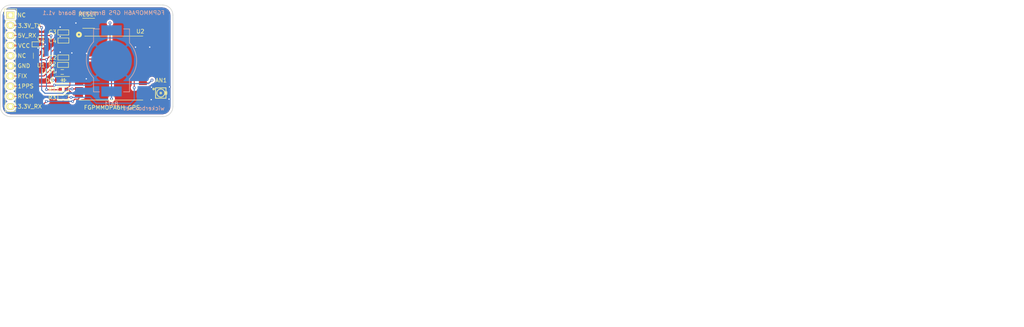
<source format=kicad_pcb>
(kicad_pcb (version 4) (host pcbnew 4.0.5-e0-6337~49~ubuntu16.04.1)

  (general
    (links 37)
    (no_connects 0)
    (area -1.06228 33.73136 256.298562 115.33136)
    (thickness 1.6)
    (drawings 31)
    (tracks 183)
    (zones 0)
    (modules 15)
    (nets 15)
  )

  (page USLetter)
  (title_block
    (title "FGPMMOPA6H GPS Breakout Board")
    (date "09 Jan 2017")
    (rev v1.0)
    (company "CERN Open Hardware License v1.2")
    (comment 1 jenner@wickerbox.net)
    (comment 2 http://wickerbox.net)
    (comment 3 "Wickerbox Electronics")
  )

  (layers
    (0 F.Cu signal)
    (31 B.Cu signal)
    (34 B.Paste user)
    (35 F.Paste user)
    (36 B.SilkS user)
    (37 F.SilkS user)
    (38 B.Mask user)
    (39 F.Mask user)
    (40 Dwgs.User user)
    (44 Edge.Cuts user)
    (46 B.CrtYd user)
    (47 F.CrtYd user)
    (48 B.Fab user)
    (49 F.Fab user)
  )

  (setup
    (last_trace_width 0.254)
    (user_trace_width 0.1524)
    (user_trace_width 0.254)
    (user_trace_width 0.3302)
    (user_trace_width 0.508)
    (user_trace_width 0.762)
    (user_trace_width 1.27)
    (trace_clearance 0.1524)
    (zone_clearance 0.508)
    (zone_45_only no)
    (trace_min 0.1524)
    (segment_width 0.1524)
    (edge_width 0.1524)
    (via_size 0.6858)
    (via_drill 0.3302)
    (via_min_size 0.6858)
    (via_min_drill 0.3302)
    (user_via 0.6858 0.3302)
    (user_via 0.762 0.4064)
    (user_via 0.8636 0.508)
    (uvia_size 0.6858)
    (uvia_drill 0.3302)
    (uvias_allowed no)
    (uvia_min_size 0)
    (uvia_min_drill 0)
    (pcb_text_width 0.1524)
    (pcb_text_size 1.016 1.016)
    (mod_edge_width 0.1524)
    (mod_text_size 1.016 1.016)
    (mod_text_width 0.1524)
    (pad_size 1.3716 1.3716)
    (pad_drill 1.3716)
    (pad_to_mask_clearance 0.0762)
    (solder_mask_min_width 0.1016)
    (pad_to_paste_clearance -0.0762)
    (aux_axis_origin 0 0)
    (grid_origin 145.1356 97.663)
    (visible_elements FFFEDF7D)
    (pcbplotparams
      (layerselection 0x310fc_80000001)
      (usegerberextensions true)
      (excludeedgelayer true)
      (linewidth 0.100000)
      (plotframeref false)
      (viasonmask false)
      (mode 1)
      (useauxorigin false)
      (hpglpennumber 1)
      (hpglpenspeed 20)
      (hpglpendiameter 15)
      (hpglpenoverlay 2)
      (psnegative false)
      (psa4output false)
      (plotreference true)
      (plotvalue true)
      (plotinvisibletext false)
      (padsonsilk false)
      (subtractmaskfromsilk false)
      (outputformat 1)
      (mirror false)
      (drillshape 0)
      (scaleselection 1)
      (outputdirectory gerbers))
  )

  (net 0 "")
  (net 1 "Net-(AN1-PadSIG)")
  (net 2 GND)
  (net 3 /VBACKUP)
  (net 4 +3V3)
  (net 5 /3D-FIX)
  (net 6 /1PPS)
  (net 7 /RTCM)
  (net 8 "Net-(LED1-Pad2)")
  (net 9 /GPS_RTCM)
  (net 10 /3.3V_TX)
  (net 11 /~RESET)
  (net 12 /5V_RX)
  (net 13 /3.3V_RX)
  (net 14 VCC)

  (net_class Default "This is the default net class."
    (clearance 0.1524)
    (trace_width 0.254)
    (via_dia 0.6858)
    (via_drill 0.3302)
    (uvia_dia 0.6858)
    (uvia_drill 0.3302)
    (add_net +3V3)
    (add_net /1PPS)
    (add_net /3.3V_RX)
    (add_net /3.3V_TX)
    (add_net /3D-FIX)
    (add_net /5V_RX)
    (add_net /GPS_RTCM)
    (add_net /RTCM)
    (add_net /VBACKUP)
    (add_net /~RESET)
    (add_net GND)
    (add_net "Net-(AN1-PadSIG)")
    (add_net "Net-(LED1-Pad2)")
    (add_net VCC)
  )

  (module Wickerlib:BATT-HOLDER-CR1220-BK-916 (layer B.Cu) (tedit 587526A9) (tstamp 587577AA)
    (at 28.16352 48.70148 90)
    (path /5874B4CC)
    (fp_text reference BAT1 (at 0 0 180) (layer B.Fab)
      (effects (font (size 2 2) (thickness 0.254)) (justify mirror))
    )
    (fp_text value CR1220 (at 0 -2 90) (layer B.Fab) hide
      (effects (font (size 1 1) (thickness 0.15)) (justify mirror))
    )
    (fp_arc (start 0 0) (end 5 -5) (angle -90) (layer B.CrtYd) (width 0.04064))
    (fp_line (start 9.75 -5) (end 5 -5) (layer B.CrtYd) (width 0.04064))
    (fp_line (start 9.75 5) (end 9.75 -5) (layer B.CrtYd) (width 0.04064))
    (fp_line (start 9.75 5) (end 5 5) (layer B.CrtYd) (width 0.04064))
    (fp_arc (start 0 0) (end 5 -5) (angle -90) (layer B.Fab) (width 0.04064))
    (fp_line (start 9.75 -5) (end 5 -5) (layer B.Fab) (width 0.04064))
    (fp_line (start 9.75 5) (end 9.75 -5) (layer B.Fab) (width 0.04064))
    (fp_line (start 9.75 5) (end 5 5) (layer B.Fab) (width 0.04064))
    (fp_line (start -7.75 4.5) (end -7.75 3) (layer B.SilkS) (width 0.1524))
    (fp_line (start -4.5 4.5) (end -7.75 4.5) (layer B.SilkS) (width 0.1524))
    (fp_line (start 8 4.5) (end 8 3) (layer B.SilkS) (width 0.1524))
    (fp_line (start 7.75 4.5) (end 8 4.5) (layer B.SilkS) (width 0.1524))
    (fp_line (start 4.5 4.5) (end 7.75 4.5) (layer B.SilkS) (width 0.1524))
    (fp_arc (start 0 -0.25) (end -4.5 4.5) (angle -86.47690829) (layer B.SilkS) (width 0.1524))
    (fp_text user %R (at -10.7777 -0.0889 180) (layer B.SilkS)
      (effects (font (size 1 1) (thickness 0.15)) (justify mirror))
    )
    (fp_arc (start 0.25 0.25) (end 4.75 -4.5) (angle -86.47690829) (layer B.SilkS) (width 0.1524))
    (fp_line (start -4.25 -4.5) (end -7.5 -4.5) (layer B.SilkS) (width 0.1524))
    (fp_line (start -7.5 -4.5) (end -7.75 -4.5) (layer B.SilkS) (width 0.1524))
    (fp_line (start -7.75 -4.5) (end -7.75 -3) (layer B.SilkS) (width 0.1524))
    (fp_line (start 4.75 -4.5) (end 8 -4.5) (layer B.SilkS) (width 0.1524))
    (fp_line (start 8 -4.5) (end 8 -3) (layer B.SilkS) (width 0.1524))
    (fp_line (start -9.75 -5) (end -5 -5) (layer B.CrtYd) (width 0.04064))
    (fp_line (start -9.75 -5) (end -9.75 5) (layer B.CrtYd) (width 0.04064))
    (fp_line (start -9.75 5) (end -5 5) (layer B.CrtYd) (width 0.04064))
    (fp_arc (start 0 0) (end -5 5) (angle -90) (layer B.CrtYd) (width 0.04064))
    (fp_line (start -9.75 -5) (end -5 -5) (layer B.Fab) (width 0.04064))
    (fp_line (start -9.75 -5) (end -9.75 5) (layer B.Fab) (width 0.04064))
    (fp_line (start -9.75 5) (end -5 5) (layer B.Fab) (width 0.04064))
    (fp_arc (start 0 0) (end -5 5) (angle -90) (layer B.Fab) (width 0.04064))
    (pad 1 smd rect (at 7.65 0 90) (size 2.5 5.1) (layers B.Cu B.Paste B.Mask)
      (net 3 /VBACKUP))
    (pad 1 smd rect (at -7.65 0 90) (size 2.5 5.1) (layers B.Cu B.Paste B.Mask)
      (net 3 /VBACKUP))
    (pad GND smd circle (at 0 0 90) (size 10.2 10.2) (layers B.Cu B.Paste B.Mask)
      (net 2 GND))
  )

  (module Wickerlib:U.FL-COAX (layer F.Cu) (tedit 58746B67) (tstamp 58757786)
    (at 40.49662 56.74868)
    (path /5875EDAC)
    (attr smd)
    (fp_text reference AN1 (at 0 0) (layer F.Fab)
      (effects (font (size 0.762 0.762) (thickness 0.1524)))
    )
    (fp_text value UFL (at 0 0) (layer F.Fab) hide
      (effects (font (size 0.762 0.762) (thickness 0.1524)))
    )
    (fp_line (start -1.75 1.5) (end -2.25 1.5) (layer F.CrtYd) (width 0.04064))
    (fp_line (start -1.75 2.5) (end -1.75 1.5) (layer F.CrtYd) (width 0.04064))
    (fp_line (start -1.75 1.5) (end -1.75 2.5) (layer F.Fab) (width 0.04064))
    (fp_line (start -2.25 1.5) (end -1.75 1.5) (layer F.Fab) (width 0.04064))
    (fp_line (start -1.75 -1.75) (end -2.25 -1.75) (layer F.Fab) (width 0.04064))
    (fp_line (start -1.75 -2.25) (end -1.75 -1.75) (layer F.Fab) (width 0.04064))
    (fp_line (start -1.75 -1.75) (end -1.75 -2.25) (layer F.CrtYd) (width 0.04064))
    (fp_line (start -2.25 -1.75) (end -1.75 -1.75) (layer F.CrtYd) (width 0.04064))
    (fp_line (start 1.5 2.5) (end 1.5 -2.25) (layer F.CrtYd) (width 0.04064))
    (fp_line (start -1.75 2.5) (end 1.5 2.5) (layer F.CrtYd) (width 0.04064))
    (fp_line (start -2.25 -1.75) (end -2.25 1.5) (layer F.CrtYd) (width 0.04064))
    (fp_line (start 1.5 -2.25) (end -1.75 -2.25) (layer F.CrtYd) (width 0.04064))
    (fp_line (start 1.5 2.5) (end 1.5 -2.25) (layer F.Fab) (width 0.04064))
    (fp_line (start -1.75 2.5) (end 1.5 2.5) (layer F.Fab) (width 0.04064))
    (fp_line (start -2.25 -1.75) (end -2.25 1.5) (layer F.Fab) (width 0.04064))
    (fp_line (start -1.75 -2.25) (end -1.5 -2.25) (layer F.Fab) (width 0.04064))
    (fp_line (start 1.5 -2.25) (end -1.5 -2.25) (layer F.Fab) (width 0.04064))
    (fp_text user %R (at 0.0875 -3.175) (layer F.SilkS)
      (effects (font (size 1 1) (thickness 0.15)))
    )
    (fp_line (start 1.1 0.3) (end 1.1 -0.3) (layer F.SilkS) (width 0.2032))
    (fp_line (start 1.5 0.3) (end 1 0.3) (layer F.SilkS) (width 0.2032))
    (fp_line (start 1.5 0.3) (end 1.5 -0.3) (layer F.SilkS) (width 0.2032))
    (fp_line (start 1.5 -0.3) (end 1 -0.3) (layer F.SilkS) (width 0.2032))
    (fp_circle (center 0 0) (end 0.2 0) (layer F.SilkS) (width 0.2032))
    (fp_circle (center 0 0) (end 1 0) (layer F.SilkS) (width 0.2032))
    (fp_line (start -1.3 -1.3) (end -1.3 1.3) (layer F.SilkS) (width 0.2032))
    (fp_line (start -1.3 1.3) (end 1.3 1.3) (layer F.SilkS) (width 0.2032))
    (fp_line (start 1.3 1.3) (end 1.3 -1.3) (layer F.SilkS) (width 0.2032))
    (fp_line (start 1.3 -1.3) (end -1.3 -1.3) (layer F.SilkS) (width 0.2032))
    (fp_circle (center -1.8 -1) (end -1.6 -1) (layer F.SilkS) (width 0.2032))
    (pad SIG smd rect (at -1.5 0) (size 1 1) (layers F.Cu F.Paste F.Mask)
      (net 1 "Net-(AN1-PadSIG)"))
    (pad GND smd rect (at 0 -1.5) (size 2.2 1) (layers F.Cu F.Paste F.Mask)
      (net 2 GND))
    (pad GND smd rect (at 0 1.5) (size 2.2 1) (layers F.Cu F.Paste F.Mask)
      (net 2 GND))
  )

  (module Wickerlib:RLC-0603-SMD (layer F.Cu) (tedit 579029AB) (tstamp 587577BD)
    (at 9.67162 44.55668)
    (descr "Capacitor SMD RLC-0603-SMD, reflow soldering, AVX (see smccp.pdf)")
    (tags "capacitor RLC-0603-SMD")
    (path /58752B1C)
    (attr smd)
    (fp_text reference C1 (at 0.09 0.04) (layer F.Fab)
      (effects (font (size 0.8 0.8) (thickness 0.15)))
    )
    (fp_text value 1uF (at 0 1.9) (layer F.Fab) hide
      (effects (font (size 1 1) (thickness 0.15)))
    )
    (fp_line (start -1.397 -0.635) (end -1.397 0.635) (layer F.SilkS) (width 0.1524))
    (fp_line (start 1.3335 -0.635) (end 1.3335 0.635) (layer F.SilkS) (width 0.1524))
    (fp_text user %R (at 0.877 -1.397 180) (layer F.SilkS)
      (effects (font (size 1 1) (thickness 0.15)))
    )
    (fp_line (start -1.45 -0.75) (end 1.45 -0.75) (layer F.Fab) (width 0.05))
    (fp_line (start -1.45 0.75) (end 1.45 0.75) (layer F.CrtYd) (width 0.05))
    (fp_line (start -1.45 -0.75) (end -1.45 0.75) (layer F.CrtYd) (width 0.05))
    (fp_line (start 1.45 -0.75) (end 1.45 0.75) (layer F.CrtYd) (width 0.05))
    (fp_line (start -1.397 -0.635) (end 1.3335 -0.635) (layer F.SilkS) (width 0.15))
    (fp_line (start 1.3335 0.635) (end -1.397 0.635) (layer F.SilkS) (width 0.15))
    (fp_line (start -1.45 -0.75) (end 1.45 -0.75) (layer F.CrtYd) (width 0.05))
    (fp_line (start -1.45 -0.75) (end -1.45 0.75) (layer F.Fab) (width 0.05))
    (fp_line (start 1.45 -0.75) (end 1.45 0.75) (layer F.Fab) (width 0.05))
    (fp_line (start -1.45 0.75) (end 1.45 0.75) (layer F.Fab) (width 0.05))
    (pad 1 smd rect (at -0.75 0) (size 0.8 0.75) (layers F.Cu F.Paste F.Mask)
      (net 14 VCC))
    (pad 2 smd rect (at 0.75 0) (size 0.8 0.75) (layers F.Cu F.Paste F.Mask)
      (net 2 GND))
  )

  (module Wickerlib:RLC-0603-SMD (layer F.Cu) (tedit 579029AB) (tstamp 587577D0)
    (at 16.06112 47.85868 180)
    (descr "Capacitor SMD RLC-0603-SMD, reflow soldering, AVX (see smccp.pdf)")
    (tags "capacitor RLC-0603-SMD")
    (path /5874BBD1)
    (attr smd)
    (fp_text reference C2 (at 0.09 0.04 180) (layer F.Fab)
      (effects (font (size 0.8 0.8) (thickness 0.15)))
    )
    (fp_text value 1uF (at 0 1.9 180) (layer F.Fab) hide
      (effects (font (size 1 1) (thickness 0.15)))
    )
    (fp_line (start -1.397 -0.635) (end -1.397 0.635) (layer F.SilkS) (width 0.1524))
    (fp_line (start 1.3335 -0.635) (end 1.3335 0.635) (layer F.SilkS) (width 0.1524))
    (fp_text user %R (at 2.5915 0 180) (layer F.SilkS)
      (effects (font (size 1 1) (thickness 0.15)))
    )
    (fp_line (start -1.45 -0.75) (end 1.45 -0.75) (layer F.Fab) (width 0.05))
    (fp_line (start -1.45 0.75) (end 1.45 0.75) (layer F.CrtYd) (width 0.05))
    (fp_line (start -1.45 -0.75) (end -1.45 0.75) (layer F.CrtYd) (width 0.05))
    (fp_line (start 1.45 -0.75) (end 1.45 0.75) (layer F.CrtYd) (width 0.05))
    (fp_line (start -1.397 -0.635) (end 1.3335 -0.635) (layer F.SilkS) (width 0.15))
    (fp_line (start 1.3335 0.635) (end -1.397 0.635) (layer F.SilkS) (width 0.15))
    (fp_line (start -1.45 -0.75) (end 1.45 -0.75) (layer F.CrtYd) (width 0.05))
    (fp_line (start -1.45 -0.75) (end -1.45 0.75) (layer F.Fab) (width 0.05))
    (fp_line (start 1.45 -0.75) (end 1.45 0.75) (layer F.Fab) (width 0.05))
    (fp_line (start -1.45 0.75) (end 1.45 0.75) (layer F.Fab) (width 0.05))
    (pad 1 smd rect (at -0.75 0 180) (size 0.8 0.75) (layers F.Cu F.Paste F.Mask)
      (net 3 /VBACKUP))
    (pad 2 smd rect (at 0.75 0 180) (size 0.8 0.75) (layers F.Cu F.Paste F.Mask)
      (net 2 GND))
  )

  (module Wickerlib:RLC-0603-SMD (layer F.Cu) (tedit 579029AB) (tstamp 587577E3)
    (at 16.06112 41.57218 180)
    (descr "Capacitor SMD RLC-0603-SMD, reflow soldering, AVX (see smccp.pdf)")
    (tags "capacitor RLC-0603-SMD")
    (path /5874AE73)
    (attr smd)
    (fp_text reference C3 (at 0.09 0.04 180) (layer F.Fab)
      (effects (font (size 0.8 0.8) (thickness 0.15)))
    )
    (fp_text value 1uF (at 0 1.9 180) (layer F.Fab) hide
      (effects (font (size 1 1) (thickness 0.15)))
    )
    (fp_line (start -1.397 -0.635) (end -1.397 0.635) (layer F.SilkS) (width 0.1524))
    (fp_line (start 1.3335 -0.635) (end 1.3335 0.635) (layer F.SilkS) (width 0.1524))
    (fp_text user %R (at 2.655 0.0635 180) (layer F.SilkS)
      (effects (font (size 1 1) (thickness 0.15)))
    )
    (fp_line (start -1.45 -0.75) (end 1.45 -0.75) (layer F.Fab) (width 0.05))
    (fp_line (start -1.45 0.75) (end 1.45 0.75) (layer F.CrtYd) (width 0.05))
    (fp_line (start -1.45 -0.75) (end -1.45 0.75) (layer F.CrtYd) (width 0.05))
    (fp_line (start 1.45 -0.75) (end 1.45 0.75) (layer F.CrtYd) (width 0.05))
    (fp_line (start -1.397 -0.635) (end 1.3335 -0.635) (layer F.SilkS) (width 0.15))
    (fp_line (start 1.3335 0.635) (end -1.397 0.635) (layer F.SilkS) (width 0.15))
    (fp_line (start -1.45 -0.75) (end 1.45 -0.75) (layer F.CrtYd) (width 0.05))
    (fp_line (start -1.45 -0.75) (end -1.45 0.75) (layer F.Fab) (width 0.05))
    (fp_line (start 1.45 -0.75) (end 1.45 0.75) (layer F.Fab) (width 0.05))
    (fp_line (start -1.45 0.75) (end 1.45 0.75) (layer F.Fab) (width 0.05))
    (pad 1 smd rect (at -0.75 0 180) (size 0.8 0.75) (layers F.Cu F.Paste F.Mask)
      (net 4 +3V3))
    (pad 2 smd rect (at 0.75 0 180) (size 0.8 0.75) (layers F.Cu F.Paste F.Mask)
      (net 2 GND))
  )

  (module Wickerlib:RLC-0603-SMD (layer F.Cu) (tedit 579029AB) (tstamp 587577F6)
    (at 16.08512 43.60418 180)
    (descr "Capacitor SMD RLC-0603-SMD, reflow soldering, AVX (see smccp.pdf)")
    (tags "capacitor RLC-0603-SMD")
    (path /5875C52C)
    (attr smd)
    (fp_text reference C4 (at 0.09 0.04 180) (layer F.Fab)
      (effects (font (size 0.8 0.8) (thickness 0.15)))
    )
    (fp_text value 10nF (at 0 1.9 180) (layer F.Fab) hide
      (effects (font (size 1 1) (thickness 0.15)))
    )
    (fp_line (start -1.397 -0.635) (end -1.397 0.635) (layer F.SilkS) (width 0.1524))
    (fp_line (start 1.3335 -0.635) (end 1.3335 0.635) (layer F.SilkS) (width 0.1524))
    (fp_text user %R (at 2.679 -0.127 180) (layer F.SilkS)
      (effects (font (size 1 1) (thickness 0.15)))
    )
    (fp_line (start -1.45 -0.75) (end 1.45 -0.75) (layer F.Fab) (width 0.05))
    (fp_line (start -1.45 0.75) (end 1.45 0.75) (layer F.CrtYd) (width 0.05))
    (fp_line (start -1.45 -0.75) (end -1.45 0.75) (layer F.CrtYd) (width 0.05))
    (fp_line (start 1.45 -0.75) (end 1.45 0.75) (layer F.CrtYd) (width 0.05))
    (fp_line (start -1.397 -0.635) (end 1.3335 -0.635) (layer F.SilkS) (width 0.15))
    (fp_line (start 1.3335 0.635) (end -1.397 0.635) (layer F.SilkS) (width 0.15))
    (fp_line (start -1.45 -0.75) (end 1.45 -0.75) (layer F.CrtYd) (width 0.05))
    (fp_line (start -1.45 -0.75) (end -1.45 0.75) (layer F.Fab) (width 0.05))
    (fp_line (start 1.45 -0.75) (end 1.45 0.75) (layer F.Fab) (width 0.05))
    (fp_line (start -1.45 0.75) (end 1.45 0.75) (layer F.Fab) (width 0.05))
    (pad 1 smd rect (at -0.75 0 180) (size 0.8 0.75) (layers F.Cu F.Paste F.Mask)
      (net 4 +3V3))
    (pad 2 smd rect (at 0.75 0 180) (size 0.8 0.75) (layers F.Cu F.Paste F.Mask)
      (net 2 GND))
  )

  (module Wickerlib:LED-0603-SMD (layer F.Cu) (tedit 57903B26) (tstamp 58757840)
    (at 15.83112 51.47818)
    (descr "Capacitor SMD 0603, reflow soldering, AVX (see smccp.pdf)")
    (tags "capacitor 0603")
    (path /5874BF9D)
    (attr smd)
    (fp_text reference LED1 (at 0.09 0.04) (layer F.Fab)
      (effects (font (size 0.8 0.8) (thickness 0.15)))
    )
    (fp_text value AMBER (at 0 1.9) (layer F.Fab) hide
      (effects (font (size 1 1) (thickness 0.15)))
    )
    (fp_line (start -1.524 0.762) (end -1.524 -0.762) (layer F.SilkS) (width 0.05))
    (fp_line (start -2.032 -0.762) (end -2.032 0.762) (layer F.Fab) (width 0.05))
    (fp_text user %R (at -3.385143 -0.1905) (layer F.SilkS)
      (effects (font (size 1 1) (thickness 0.15)))
    )
    (fp_line (start -1.778 -0.762) (end 2.032 -0.762) (layer F.Fab) (width 0.05))
    (fp_line (start -1.45 0.75) (end 1.45 0.75) (layer F.CrtYd) (width 0.05))
    (fp_line (start -1.45 -0.75) (end -1.45 0.75) (layer F.CrtYd) (width 0.05))
    (fp_line (start 1.45 -0.75) (end 1.45 0.75) (layer F.CrtYd) (width 0.05))
    (fp_line (start -0.35 -0.6) (end 0.35 -0.6) (layer F.SilkS) (width 0.15))
    (fp_line (start 0.35 0.6) (end -0.35 0.6) (layer F.SilkS) (width 0.15))
    (fp_line (start -1.45 -0.75) (end 1.45 -0.762) (layer F.CrtYd) (width 0.05))
    (fp_line (start -1.778 -0.75) (end -1.778 0.75) (layer F.Fab) (width 0.05))
    (fp_line (start 2.032 -0.75) (end 2.032 0.75) (layer F.Fab) (width 0.05))
    (fp_line (start -1.778 0.762) (end 2.032 0.762) (layer F.Fab) (width 0.05))
    (pad 1 smd rect (at -0.75 0) (size 0.8 0.75) (layers F.Cu F.Paste F.Mask)
      (net 2 GND))
    (pad 2 smd rect (at 0.75 0) (size 0.8 0.75) (layers F.Cu F.Paste F.Mask)
      (net 8 "Net-(LED1-Pad2)"))
  )

  (module Wickerlib:RLC-0603-SMD (layer F.Cu) (tedit 579029AB) (tstamp 58757853)
    (at 16.08512 55.79618)
    (descr "Capacitor SMD RLC-0603-SMD, reflow soldering, AVX (see smccp.pdf)")
    (tags "capacitor RLC-0603-SMD")
    (path /5874DDA9)
    (attr smd)
    (fp_text reference R1 (at 0.09 0.04) (layer F.Fab)
      (effects (font (size 0.8 0.8) (thickness 0.15)))
    )
    (fp_text value 10K (at 0 1.9) (layer F.Fab) hide
      (effects (font (size 1 1) (thickness 0.15)))
    )
    (fp_line (start -1.397 -0.635) (end -1.397 0.635) (layer F.SilkS) (width 0.1524))
    (fp_line (start 1.3335 -0.635) (end 1.3335 0.635) (layer F.SilkS) (width 0.1524))
    (fp_text user %R (at -2.7425 0.0635) (layer F.SilkS)
      (effects (font (size 1 1) (thickness 0.15)))
    )
    (fp_line (start -1.45 -0.75) (end 1.45 -0.75) (layer F.Fab) (width 0.05))
    (fp_line (start -1.45 0.75) (end 1.45 0.75) (layer F.CrtYd) (width 0.05))
    (fp_line (start -1.45 -0.75) (end -1.45 0.75) (layer F.CrtYd) (width 0.05))
    (fp_line (start 1.45 -0.75) (end 1.45 0.75) (layer F.CrtYd) (width 0.05))
    (fp_line (start -1.397 -0.635) (end 1.3335 -0.635) (layer F.SilkS) (width 0.15))
    (fp_line (start 1.3335 0.635) (end -1.397 0.635) (layer F.SilkS) (width 0.15))
    (fp_line (start -1.45 -0.75) (end 1.45 -0.75) (layer F.CrtYd) (width 0.05))
    (fp_line (start -1.45 -0.75) (end -1.45 0.75) (layer F.Fab) (width 0.05))
    (fp_line (start 1.45 -0.75) (end 1.45 0.75) (layer F.Fab) (width 0.05))
    (fp_line (start -1.45 0.75) (end 1.45 0.75) (layer F.Fab) (width 0.05))
    (pad 1 smd rect (at -0.75 0) (size 0.8 0.75) (layers F.Cu F.Paste F.Mask)
      (net 4 +3V3))
    (pad 2 smd rect (at 0.75 0) (size 0.8 0.75) (layers F.Cu F.Paste F.Mask)
      (net 13 /3.3V_RX))
  )

  (module Wickerlib:RLC-0603-SMD (layer F.Cu) (tedit 579029AB) (tstamp 58757866)
    (at 16.06112 49.70018)
    (descr "Capacitor SMD RLC-0603-SMD, reflow soldering, AVX (see smccp.pdf)")
    (tags "capacitor RLC-0603-SMD")
    (path /587555CC)
    (attr smd)
    (fp_text reference R2 (at 0.09 0.04) (layer F.Fab)
      (effects (font (size 0.8 0.8) (thickness 0.15)))
    )
    (fp_text value 470 (at 0 1.9) (layer F.Fab) hide
      (effects (font (size 1 1) (thickness 0.15)))
    )
    (fp_line (start -1.397 -0.635) (end -1.397 0.635) (layer F.SilkS) (width 0.1524))
    (fp_line (start 1.3335 -0.635) (end 1.3335 0.635) (layer F.SilkS) (width 0.1524))
    (fp_text user %R (at -2.758 -0.1905) (layer F.SilkS)
      (effects (font (size 1 1) (thickness 0.15)))
    )
    (fp_line (start -1.45 -0.75) (end 1.45 -0.75) (layer F.Fab) (width 0.05))
    (fp_line (start -1.45 0.75) (end 1.45 0.75) (layer F.CrtYd) (width 0.05))
    (fp_line (start -1.45 -0.75) (end -1.45 0.75) (layer F.CrtYd) (width 0.05))
    (fp_line (start 1.45 -0.75) (end 1.45 0.75) (layer F.CrtYd) (width 0.05))
    (fp_line (start -1.397 -0.635) (end 1.3335 -0.635) (layer F.SilkS) (width 0.15))
    (fp_line (start 1.3335 0.635) (end -1.397 0.635) (layer F.SilkS) (width 0.15))
    (fp_line (start -1.45 -0.75) (end 1.45 -0.75) (layer F.CrtYd) (width 0.05))
    (fp_line (start -1.45 -0.75) (end -1.45 0.75) (layer F.Fab) (width 0.05))
    (fp_line (start 1.45 -0.75) (end 1.45 0.75) (layer F.Fab) (width 0.05))
    (fp_line (start -1.45 0.75) (end 1.45 0.75) (layer F.Fab) (width 0.05))
    (pad 1 smd rect (at -0.75 0) (size 0.8 0.75) (layers F.Cu F.Paste F.Mask)
      (net 5 /3D-FIX))
    (pad 2 smd rect (at 0.75 0) (size 0.8 0.75) (layers F.Cu F.Paste F.Mask)
      (net 8 "Net-(LED1-Pad2)"))
  )

  (module Wickerlib:RLC-0603-SMD (layer F.Cu) (tedit 579029AB) (tstamp 58757879)
    (at 16.06112 57.82818 180)
    (descr "Capacitor SMD RLC-0603-SMD, reflow soldering, AVX (see smccp.pdf)")
    (tags "capacitor RLC-0603-SMD")
    (path /5874F2D5)
    (attr smd)
    (fp_text reference R3 (at 0.09 0.04 180) (layer F.Fab)
      (effects (font (size 0.8 0.8) (thickness 0.15)))
    )
    (fp_text value 470 (at 0 1.9 180) (layer F.Fab) hide
      (effects (font (size 1 1) (thickness 0.15)))
    )
    (fp_line (start -1.397 -0.635) (end -1.397 0.635) (layer F.SilkS) (width 0.1524))
    (fp_line (start 1.3335 -0.635) (end 1.3335 0.635) (layer F.SilkS) (width 0.1524))
    (fp_text user %R (at 2.758 -0.127 180) (layer F.SilkS)
      (effects (font (size 1 1) (thickness 0.15)))
    )
    (fp_line (start -1.45 -0.75) (end 1.45 -0.75) (layer F.Fab) (width 0.05))
    (fp_line (start -1.45 0.75) (end 1.45 0.75) (layer F.CrtYd) (width 0.05))
    (fp_line (start -1.45 -0.75) (end -1.45 0.75) (layer F.CrtYd) (width 0.05))
    (fp_line (start 1.45 -0.75) (end 1.45 0.75) (layer F.CrtYd) (width 0.05))
    (fp_line (start -1.397 -0.635) (end 1.3335 -0.635) (layer F.SilkS) (width 0.15))
    (fp_line (start 1.3335 0.635) (end -1.397 0.635) (layer F.SilkS) (width 0.15))
    (fp_line (start -1.45 -0.75) (end 1.45 -0.75) (layer F.CrtYd) (width 0.05))
    (fp_line (start -1.45 -0.75) (end -1.45 0.75) (layer F.Fab) (width 0.05))
    (fp_line (start 1.45 -0.75) (end 1.45 0.75) (layer F.Fab) (width 0.05))
    (fp_line (start -1.45 0.75) (end 1.45 0.75) (layer F.Fab) (width 0.05))
    (pad 1 smd rect (at -0.75 0 180) (size 0.8 0.75) (layers F.Cu F.Paste F.Mask)
      (net 9 /GPS_RTCM))
    (pad 2 smd rect (at 0.75 0 180) (size 0.8 0.75) (layers F.Cu F.Paste F.Mask)
      (net 7 /RTCM))
  )

  (module Wickerlib:SWITCH-OMRON-MOMENTARY-SMD-B3U-1000P (layer F.Cu) (tedit 58753D2B) (tstamp 5875788C)
    (at 24.04512 39.28618 180)
    (descr SW-B3F-10XX)
    (tags "Omron B3F-10xx")
    (path /58746204)
    (fp_text reference S1 (at 1.778 0 180) (layer F.Fab)
      (effects (font (size 1 1) (thickness 0.15)))
    )
    (fp_text value RESET (at 1.524 0 180) (layer F.Fab) hide
      (effects (font (size 1 1) (thickness 0.15)))
    )
    (fp_text user %R (at 0 -2.286 180) (layer F.SilkS) hide
      (effects (font (size 1 1) (thickness 0.15)))
    )
    (fp_line (start -0.762 -1.524) (end 4.318 -1.524) (layer F.Fab) (width 0.05))
    (fp_line (start -0.762 1.524) (end -0.762 -1.524) (layer F.Fab) (width 0.05))
    (fp_line (start 4.318 1.524) (end -0.762 1.524) (layer F.Fab) (width 0.05))
    (fp_line (start 4.318 -1.524) (end 4.318 1.524) (layer F.Fab) (width 0.05))
    (fp_line (start 4.318 1.524) (end 4.318 -1.524) (layer F.CrtYd) (width 0.05))
    (fp_line (start -0.762 1.524) (end 4.318 1.524) (layer F.CrtYd) (width 0.05))
    (fp_line (start -0.762 -1.524) (end -0.762 1.524) (layer F.CrtYd) (width 0.05))
    (fp_line (start 4.318 -1.524) (end -0.762 -1.524) (layer F.CrtYd) (width 0.05))
    (fp_line (start 0.10668 1.25) (end 3.10668 1.25) (layer F.SilkS) (width 0.15))
    (fp_line (start 0.10668 -1.25) (end 3.10668 -1.25) (layer F.SilkS) (width 0.15))
    (fp_line (start 0 2) (end 0 2) (layer F.SilkS) (width 0))
    (fp_line (start 6.92202 3.31318) (end 6.92202 3.31318) (layer F.SilkS) (width 0))
    (pad 2 smd rect (at 3.4 0 180) (size 0.8 1.7) (layers F.Cu F.Paste F.Mask)
      (net 2 GND))
    (pad 1 smd rect (at 0 0 180) (size 0.8 1.7) (layers F.Cu F.Paste F.Mask)
      (net 11 /~RESET))
  )

  (module Wickerlib:SOT-353 (layer F.Cu) (tedit 586C4D4B) (tstamp 587578A0)
    (at 9.77162 47.41668 270)
    (descr SOT353)
    (path /5874ADFF)
    (attr smd)
    (fp_text reference U1 (at 0 0 360) (layer F.Fab)
      (effects (font (size 1 1) (thickness 0.15)))
    )
    (fp_text value MIC5365 (at 0 2.25 270) (layer F.Fab) hide
      (effects (font (size 1 1) (thickness 0.15)))
    )
    (fp_text user %R (at 2.4105 -0.753191 360) (layer F.SilkS)
      (effects (font (size 1 1) (thickness 0.15)))
    )
    (fp_line (start 1.524 1.3335) (end 1.524 -1.3335) (layer F.Fab) (width 0.04064))
    (fp_line (start -1.524 1.3335) (end 1.524 1.3335) (layer F.Fab) (width 0.04064))
    (fp_line (start -1.524 -1.3335) (end -1.524 1.3335) (layer F.Fab) (width 0.04064))
    (fp_line (start 1.524 -1.3335) (end -1.524 -1.3335) (layer F.Fab) (width 0.04064))
    (fp_line (start 0.7 -1.16) (end -1.2 -1.16) (layer F.SilkS) (width 0.12))
    (fp_line (start -0.7 1.16) (end 0.7 1.16) (layer F.SilkS) (width 0.12))
    (fp_line (start 1.5 1.35) (end 1.5 -1.35) (layer F.CrtYd) (width 0.05))
    (fp_line (start -1.5 -1.35) (end -1.5 1.35) (layer F.CrtYd) (width 0.05))
    (fp_line (start -1.5 -1.35) (end 1.5 -1.35) (layer F.CrtYd) (width 0.05))
    (fp_line (start -1.5 1.35) (end 1.5 1.35) (layer F.CrtYd) (width 0.05))
    (pad 1 smd rect (at -0.95 -0.65 270) (size 0.6 0.42) (layers F.Cu F.Paste F.Mask)
      (net 14 VCC))
    (pad 3 smd rect (at -0.95 0.65 270) (size 0.6 0.42) (layers F.Cu F.Paste F.Mask)
      (net 14 VCC))
    (pad 5 smd rect (at 0.95 -0.65 270) (size 0.6 0.42) (layers F.Cu F.Paste F.Mask)
      (net 4 +3V3))
    (pad 2 smd rect (at -0.95 0 270) (size 0.6 0.42) (layers F.Cu F.Paste F.Mask)
      (net 2 GND))
    (pad 4 smd rect (at 0.95 0.65 270) (size 0.6 0.42) (layers F.Cu F.Paste F.Mask))
    (model TO_SOT_Packages_SMD.3dshapes/SOT-353.wrl
      (at (xyz 0 0 0))
      (scale (xyz 0.07000000000000001 0.09 0.08))
      (rotate (xyz 0 0 90))
    )
  )

  (module Wickerlib:CONN-HEADER-STRAIGHT-P2.54MM-1x10 (layer F.Cu) (tedit 58155EC8) (tstamp 587595E6)
    (at 2.86512 37.25418)
    (descr "Through hole pin header")
    (tags "pin header")
    (path /58756736)
    (fp_text reference J1 (at 0.1 11.5 180) (layer F.Fab)
      (effects (font (size 2.032 2.032) (thickness 0.254)))
    )
    (fp_text value BREAKOUT (at -3 11 90) (layer F.Fab) hide
      (effects (font (size 1 1) (thickness 0.15)))
    )
    (fp_line (start -1.8 24.7) (end -1.8 -1.8) (layer F.Fab) (width 0.0508))
    (fp_line (start 1.8 24.7) (end -1.8 24.7) (layer F.Fab) (width 0.0508))
    (fp_line (start 1.8 -1.8) (end 1.8 24.7) (layer F.Fab) (width 0.0508))
    (fp_line (start -1.8 -1.8) (end 1.8 -1.8) (layer F.Fab) (width 0.0508))
    (fp_line (start -1.75 -1.75) (end -1.75 24.65) (layer F.CrtYd) (width 0.05))
    (fp_line (start 1.75 -1.75) (end 1.75 24.65) (layer F.CrtYd) (width 0.05))
    (fp_line (start -1.75 -1.75) (end 1.75 -1.75) (layer F.CrtYd) (width 0.05))
    (fp_line (start -1.75 24.65) (end 1.75 24.65) (layer F.CrtYd) (width 0.05))
    (fp_line (start 1.27 1.27) (end 1.27 24.13) (layer F.SilkS) (width 0.15))
    (fp_line (start 1.27 24.13) (end -1.27 24.13) (layer F.SilkS) (width 0.15))
    (fp_line (start -1.27 24.13) (end -1.27 1.27) (layer F.SilkS) (width 0.15))
    (fp_line (start 1.55 -1.55) (end 1.55 0) (layer F.SilkS) (width 0.15))
    (fp_line (start 1.27 1.27) (end -1.27 1.27) (layer F.SilkS) (width 0.15))
    (fp_line (start -1.55 0) (end -1.55 -1.55) (layer F.SilkS) (width 0.15))
    (fp_line (start -1.55 -1.55) (end 1.55 -1.55) (layer F.SilkS) (width 0.15))
    (pad 1 thru_hole rect (at 0 0) (size 2.032 1.7272) (drill 1.016) (layers *.Cu *.Mask F.SilkS))
    (pad 2 thru_hole oval (at 0 2.54) (size 2.032 1.7272) (drill 1.016) (layers *.Cu *.Mask F.SilkS)
      (net 10 /3.3V_TX))
    (pad 3 thru_hole oval (at 0 5.08) (size 2.032 1.7272) (drill 1.016) (layers *.Cu *.Mask F.SilkS)
      (net 12 /5V_RX))
    (pad 4 thru_hole oval (at 0 7.62) (size 2.032 1.7272) (drill 1.016) (layers *.Cu *.Mask F.SilkS)
      (net 14 VCC))
    (pad 5 thru_hole oval (at 0 10.16) (size 2.032 1.7272) (drill 1.016) (layers *.Cu *.Mask F.SilkS))
    (pad 6 thru_hole oval (at 0 12.7) (size 2.032 1.7272) (drill 1.016) (layers *.Cu *.Mask F.SilkS)
      (net 2 GND))
    (pad 7 thru_hole oval (at 0 15.24) (size 2.032 1.7272) (drill 1.016) (layers *.Cu *.Mask F.SilkS)
      (net 5 /3D-FIX))
    (pad 8 thru_hole oval (at 0 17.78) (size 2.032 1.7272) (drill 1.016) (layers *.Cu *.Mask F.SilkS)
      (net 6 /1PPS))
    (pad 9 thru_hole oval (at 0 20.32) (size 2.032 1.7272) (drill 1.016) (layers *.Cu *.Mask F.SilkS)
      (net 7 /RTCM))
    (pad 10 thru_hole oval (at 0 22.86) (size 2.032 1.7272) (drill 1.016) (layers *.Cu *.Mask F.SilkS)
      (net 13 /3.3V_RX))
  )

  (module Wickerlib:SOD-123 (layer F.Cu) (tedit 58157733) (tstamp 58AFD290)
    (at 16.11212 53.51018)
    (descr SOD-123)
    (tags SOD-123)
    (path /58AFEADD)
    (attr smd)
    (fp_text reference D1 (at 0 0) (layer F.Fab)
      (effects (font (size 1 1) (thickness 0.15)))
    )
    (fp_text value 1N4148 (at 0 2.1) (layer F.Fab) hide
      (effects (font (size 1 1) (thickness 0.15)))
    )
    (fp_text user %R (at -3.468 0.0762) (layer F.SilkS)
      (effects (font (size 1 1) (thickness 0.15)))
    )
    (fp_line (start -2.7 -0.9) (end -2.7 0.8) (layer F.Fab) (width 0.1524))
    (fp_line (start 2.3 1.1) (end 2.3 -1.1) (layer F.Fab) (width 0.0508))
    (fp_line (start -2.3 1.1) (end 2.3 1.1) (layer F.Fab) (width 0.0508))
    (fp_line (start -2.3 -1.1) (end -2.3 1.1) (layer F.Fab) (width 0.0508))
    (fp_line (start 2.3 -1.1) (end -2.3 -1.1) (layer F.Fab) (width 0.0508))
    (fp_line (start 0.3175 0) (end 0.6985 0) (layer F.SilkS) (width 0.15))
    (fp_line (start -0.6985 0) (end -0.3175 0) (layer F.SilkS) (width 0.15))
    (fp_line (start -0.3175 0) (end 0.3175 -0.381) (layer F.SilkS) (width 0.15))
    (fp_line (start 0.3175 -0.381) (end 0.3175 0.381) (layer F.SilkS) (width 0.15))
    (fp_line (start 0.3175 0.381) (end -0.3175 0) (layer F.SilkS) (width 0.15))
    (fp_line (start -0.3175 -0.508) (end -0.3175 0.508) (layer F.SilkS) (width 0.15))
    (fp_line (start -2.25 -1.05) (end 2.25 -1.05) (layer F.CrtYd) (width 0.05))
    (fp_line (start 2.25 -1.05) (end 2.25 1.05) (layer F.CrtYd) (width 0.05))
    (fp_line (start 2.25 1.05) (end -2.25 1.05) (layer F.CrtYd) (width 0.05))
    (fp_line (start -2.25 -1.05) (end -2.25 1.05) (layer F.CrtYd) (width 0.05))
    (fp_line (start -2 0.9) (end 1.54 0.9) (layer F.SilkS) (width 0.15))
    (fp_line (start -2 -0.9) (end 1.54 -0.9) (layer F.SilkS) (width 0.15))
    (fp_line (start -2.7 -0.9) (end -2.7 0.8) (layer F.SilkS) (width 0.1524))
    (pad 1 smd rect (at -1.635 0) (size 0.91 1.22) (layers F.Cu F.Paste F.Mask)
      (net 12 /5V_RX))
    (pad 2 smd rect (at 1.635 0) (size 0.91 1.22) (layers F.Cu F.Paste F.Mask)
      (net 13 /3.3V_RX))
  )

  (module Wickerlib:FGPMMOPA6H (layer F.Cu) (tedit 58AFA134) (tstamp 587578C8)
    (at 28.01112 50.50536)
    (path /587460D2)
    (fp_text reference U2 (at 0.127 0.0635) (layer F.Fab)
      (effects (font (size 1.016 1.016) (thickness 0.2032)))
    )
    (fp_text value FGPMMOPA6H-GPS (at 0 -2.9845) (layer F.Fab) hide
      (effects (font (size 1.27 1.27) (thickness 0.2032)))
    )
    (fp_line (start 9.5 8.5) (end 9.5 -8.25) (layer F.CrtYd) (width 0.04064))
    (fp_line (start -9.5 8.5) (end 9.5 8.5) (layer F.CrtYd) (width 0.04064))
    (fp_line (start -9.5 -6.25) (end -9.5 8.5) (layer F.CrtYd) (width 0.04064))
    (fp_line (start -7.25 -8.25) (end -9.5 -6.25) (layer F.CrtYd) (width 0.04064))
    (fp_line (start 9.5 -8.25) (end -7.25 -8.25) (layer F.CrtYd) (width 0.04064))
    (fp_line (start -9.5 -6) (end -7 -8.25) (layer F.Fab) (width 0.04064))
    (fp_line (start 9.5 -8.25) (end -7 -8.25) (layer F.Fab) (width 0.04064))
    (fp_line (start 9.5 8.5) (end 9.5 -8.25) (layer F.Fab) (width 0.04064))
    (fp_line (start -9.5 8.5) (end 9.5 8.5) (layer F.Fab) (width 0.04064))
    (fp_line (start -9.5 -6) (end -9.5 8.5) (layer F.Fab) (width 0.04064))
    (fp_text user %R (at 7.366 -9.18718) (layer F.SilkS)
      (effects (font (size 1 1) (thickness 0.15)))
    )
    (fp_circle (center -8 -8.382) (end -7.873 -8.1915) (layer F.SilkS) (width 0.508))
    (fp_line (start -6.5405 -8.001) (end 8.001 -8.001) (layer F.SilkS) (width 0.1524))
    (fp_line (start 8.001 8.001) (end -8.001 8.001) (layer F.SilkS) (width 0.1524))
    (fp_circle (center -7.5 -6.25) (end -7.373 -6.0595) (layer F.Fab) (width 0.508))
    (pad 1 smd rect (at -8.001 -6.74878) (size 1.99898 1.00076) (layers F.Cu F.Paste F.Mask)
      (net 4 +3V3))
    (pad 2 smd rect (at -8.001 -5.25018) (size 1.99898 1.00076) (layers F.Cu F.Paste F.Mask)
      (net 11 /~RESET))
    (pad 3 smd rect (at -8.001 -3.74904) (size 1.99898 1.00076) (layers F.Cu F.Paste F.Mask)
      (net 2 GND))
    (pad 4 smd rect (at -8.001 -2.25044) (size 1.99898 1.00076) (layers F.Cu F.Paste F.Mask)
      (net 3 /VBACKUP))
    (pad 5 smd rect (at -8.001 -0.7493) (size 1.99898 1.00076) (layers F.Cu F.Paste F.Mask)
      (net 5 /3D-FIX))
    (pad 6 smd rect (at -8.001 0.7493) (size 1.99898 1.00076) (layers F.Cu F.Paste F.Mask))
    (pad 7 smd rect (at -8.001 2.25044) (size 1.99898 1.00076) (layers F.Cu F.Paste F.Mask))
    (pad 8 smd rect (at -8.001 3.74904) (size 1.99898 1.00076) (layers F.Cu F.Paste F.Mask)
      (net 2 GND))
    (pad 9 smd rect (at -8.001 5.25018) (size 1.99898 1.00076) (layers F.Cu F.Paste F.Mask)
      (net 10 /3.3V_TX))
    (pad 10 smd rect (at -8.001 6.74878) (size 1.99898 1.00076) (layers F.Cu F.Paste F.Mask)
      (net 13 /3.3V_RX))
    (pad 11 smd rect (at 8.001 6.74878) (size 1.99898 1.00076) (layers F.Cu F.Paste F.Mask)
      (net 1 "Net-(AN1-PadSIG)"))
    (pad 12 smd rect (at 8.001 5.25018) (size 1.99898 1.00076) (layers F.Cu F.Paste F.Mask)
      (net 2 GND))
    (pad 13 smd rect (at 8.001 3.74904) (size 1.99898 1.00076) (layers F.Cu F.Paste F.Mask)
      (net 6 /1PPS))
    (pad 14 smd rect (at 8.001 2.25044) (size 1.99898 1.00076) (layers F.Cu F.Paste F.Mask)
      (net 9 /GPS_RTCM))
    (pad 15 smd rect (at 8.001 0.7493) (size 1.99898 1.00076) (layers F.Cu F.Paste F.Mask))
    (pad 16 smd rect (at 8.001 -0.7493) (size 1.99898 1.00076) (layers F.Cu F.Paste F.Mask))
    (pad 17 smd rect (at 8.001 -2.25044) (size 1.99898 1.00076) (layers F.Cu F.Paste F.Mask))
    (pad 18 smd rect (at 8.001 -3.74904) (size 1.99898 1.00076) (layers F.Cu F.Paste F.Mask))
    (pad 19 smd rect (at 8.001 -5.25018) (size 1.99898 1.00076) (layers F.Cu F.Paste F.Mask)
      (net 2 GND))
    (pad 20 smd rect (at 8.001 -6.74878) (size 1.99898 1.00076) (layers F.Cu F.Paste F.Mask))
  )

  (gr_text "FABRICATION NOTES\n\n1. THIS IS A 2 LAYER BOARD. \n2. EXTERNAL LAYERS SHALL HAVE 1 OZ COPPER.\n3. MATERIAL: FR4 AND 0.062 INCH +/- 10% THICK.\n4. BOARDS SHALL BE ROHS COMPLIANT. \n5. MANUFACTURE IN ACCORDANCE WITH IPC-6012 CLASS 2\n6. MASK: BOTH SIDES OF THE BOARD SHALL HAVE \n   SOLDER MASK (ANY COLOR) OVER BARE COPPER. \n7. SILK: BOTH SIDES OF THE BOARD SHALL HAVE \n   WHITE SILKSCREEN. DO NOT PLACE SILK OVER BARE COPPER.\n8. FINISH: ENIG.\n9. MINIMUM TRACE WIDTH - 0.006 INCH.\n   MINIMUM SPACE - 0.006 INCH.\n   MINIMUM HOLE DIA - 0.013 INCH. \n10. MAX HOLE PLACEMENT TOLERANCE OF +/- 0.003 INCH.\n11. MAX HOLE DIAMETER TOLERANCE OF +/- 0.003 INCH AFTER PLATING." (at 87.58428 74.38136) (layer Dwgs.User)
    (effects (font (size 3 3) (thickness 0.3)) (justify left))
  )
  (gr_text "FGPMMOPA6H GPS Breakout Board v1.1" (at 26.156921 36.68522) (layer B.SilkS) (tstamp 58C456C8)
    (effects (font (size 1.016 1.016) (thickness 0.1524)) (justify mirror))
  )
  (gr_text RESET (at 22.15642 37.02558) (layer F.SilkS)
    (effects (font (size 1.016 1.016) (thickness 0.1524)))
  )
  (gr_text wickerbox.net (at 36.31692 60.57138) (layer B.SilkS)
    (effects (font (size 1.016 1.016) (thickness 0.1524)) (justify mirror))
  )
  (gr_line (start 43.53052 60.12688) (end 43.53052 37.26688) (layer Edge.Cuts) (width 0.1524))
  (gr_line (start 2.86512 62.65418) (end 41.04132 62.65418) (layer Edge.Cuts) (width 0.1524))
  (gr_line (start 0.32512 37.25418) (end 0.32512 60.11418) (layer Edge.Cuts) (width 0.1524))
  (gr_line (start 41.04132 34.71418) (end 2.86512 34.71418) (layer Edge.Cuts) (width 0.1524))
  (gr_arc (start 40.99052 37.26688) (end 40.99052 34.72688) (angle 90) (layer Edge.Cuts) (width 0.1524))
  (gr_arc (start 40.99052 60.12688) (end 43.53052 60.12688) (angle 90) (layer Edge.Cuts) (width 0.1524))
  (gr_arc (start 2.86512 60.11418) (end 2.86512 62.65418) (angle 90) (layer Edge.Cuts) (width 0.1524))
  (gr_arc (start 2.86512 37.25418) (end 0.32512 37.25418) (angle 90) (layer Edge.Cuts) (width 0.1524))
  (gr_line (start 43.53052 60.12688) (end 43.53052 37.26688) (layer F.Fab) (width 0.1524))
  (gr_line (start 2.86512 62.65418) (end 41.04132 62.65418) (layer F.Fab) (width 0.1524))
  (gr_line (start 0.32512 37.25418) (end 0.32512 60.11418) (layer F.Fab) (width 0.1524))
  (gr_line (start 41.04132 34.71418) (end 2.86512 34.71418) (layer F.Fab) (width 0.1524))
  (gr_arc (start 40.99052 37.26688) (end 40.99052 34.72688) (angle 90) (layer F.Fab) (width 0.1524))
  (gr_arc (start 40.99052 60.12688) (end 43.53052 60.12688) (angle 90) (layer F.Fab) (width 0.1524))
  (gr_arc (start 2.86512 60.11418) (end 2.86512 62.65418) (angle 90) (layer F.Fab) (width 0.1524))
  (gr_arc (start 2.86512 37.25418) (end 0.32512 37.25418) (angle 90) (layer F.Fab) (width 0.1524))
  (gr_text "FGPMMOPA6H GPS" (at 28.26512 60.36818) (layer F.SilkS)
    (effects (font (size 1.016 1.016) (thickness 0.1524)))
  )
  (gr_text 3.3V_RX (at 7.69112 60.11418) (layer F.SilkS)
    (effects (font (size 1.016 1.016) (thickness 0.1524)))
  )
  (gr_text RTCM (at 6.67512 57.57418) (layer F.SilkS)
    (effects (font (size 1.016 1.016) (thickness 0.1524)))
  )
  (gr_text 1PPS (at 6.67512 55.03418) (layer F.SilkS)
    (effects (font (size 1.016 1.016) (thickness 0.1524)))
  )
  (gr_text FIX (at 5.852644 52.49418) (layer F.SilkS)
    (effects (font (size 1.016 1.016) (thickness 0.1524)))
  )
  (gr_text GND (at 6.239691 49.95418) (layer F.SilkS)
    (effects (font (size 1.016 1.016) (thickness 0.1524)))
  )
  (gr_text NC (at 5.731691 47.41418) (layer F.SilkS)
    (effects (font (size 1.016 1.016) (thickness 0.1524)))
  )
  (gr_text "VCC\n" (at 6.26872 44.91228) (layer F.SilkS)
    (effects (font (size 1.016 1.016) (thickness 0.1524)))
  )
  (gr_text 5V_RX (at 7.00532 42.35958) (layer F.SilkS)
    (effects (font (size 1.016 1.016) (thickness 0.1524)))
  )
  (gr_text 3.3V_TX (at 7.610082 39.90848) (layer F.SilkS)
    (effects (font (size 1.016 1.016) (thickness 0.1524)))
  )
  (gr_text NC (at 5.65912 37.25418) (layer F.SilkS)
    (effects (font (size 1.016 1.016) (thickness 0.1524)))
  )

  (segment (start 36.01212 57.25414) (end 38.49116 57.25414) (width 0.254) (layer F.Cu) (net 1))
  (segment (start 38.49116 57.25414) (end 38.99662 56.74868) (width 0.254) (layer F.Cu) (net 1))
  (segment (start 15.08112 51.47818) (end 14.25702 51.47818) (width 0.254) (layer F.Cu) (net 2))
  (segment (start 14.25702 51.47818) (end 14.24432 51.49088) (width 0.254) (layer F.Cu) (net 2))
  (via (at 14.24432 51.49088) (size 0.6858) (drill 0.3302) (layers F.Cu B.Cu) (net 2))
  (segment (start 23.95982 44.56938) (end 23.95982 44.79798) (width 0.254) (layer B.Cu) (net 2))
  (segment (start 23.95982 44.79798) (end 21.91512 46.84268) (width 0.254) (layer B.Cu) (net 2))
  (segment (start 28.09192 48.70148) (end 23.95982 44.56938) (width 0.254) (layer B.Cu) (net 2))
  (segment (start 28.16352 48.70148) (end 28.09192 48.70148) (width 0.254) (layer B.Cu) (net 2))
  (via (at 21.91512 46.84268) (size 0.6858) (drill 0.3302) (layers F.Cu B.Cu) (net 2))
  (segment (start 10.42162 44.55668) (end 11.56462 44.55668) (width 0.254) (layer F.Cu) (net 2))
  (via (at 11.56462 44.55668) (size 0.6858) (drill 0.3302) (layers F.Cu B.Cu) (net 2))
  (segment (start 40.49662 58.24868) (end 42.52862 58.24868) (width 0.254) (layer F.Cu) (net 2))
  (segment (start 42.52862 58.24868) (end 42.55262 58.27268) (width 0.254) (layer F.Cu) (net 2))
  (via (at 42.55262 58.27268) (size 0.6858) (drill 0.3302) (layers F.Cu B.Cu) (net 2))
  (segment (start 40.49662 55.24868) (end 42.65562 55.24868) (width 0.254) (layer F.Cu) (net 2))
  (segment (start 42.65562 55.24868) (end 42.67962 55.22468) (width 0.254) (layer F.Cu) (net 2))
  (via (at 42.67962 55.22468) (size 0.6858) (drill 0.3302) (layers F.Cu B.Cu) (net 2))
  (segment (start 40.49662 58.24868) (end 38.25862 58.24868) (width 0.254) (layer F.Cu) (net 2))
  (segment (start 38.25862 58.24868) (end 38.10762 58.39968) (width 0.254) (layer F.Cu) (net 2))
  (via (at 38.10762 58.39968) (size 0.6858) (drill 0.3302) (layers F.Cu B.Cu) (net 2))
  (segment (start 36.01212 55.75554) (end 37.70376 55.75554) (width 0.254) (layer F.Cu) (net 2))
  (segment (start 37.70376 55.75554) (end 38.17112 55.28818) (width 0.254) (layer F.Cu) (net 2))
  (via (at 38.17112 55.28818) (size 0.6858) (drill 0.3302) (layers F.Cu B.Cu) (net 2))
  (segment (start 15.31112 41.57218) (end 15.31112 40.23868) (width 0.254) (layer F.Cu) (net 2))
  (via (at 15.31112 40.23868) (size 0.6858) (drill 0.3302) (layers F.Cu B.Cu) (net 2))
  (segment (start 10.42162 44.55668) (end 10.42162 43.41368) (width 0.254) (layer F.Cu) (net 2))
  (segment (start 10.42162 43.41368) (end 10.35812 43.35018) (width 0.254) (layer F.Cu) (net 2))
  (segment (start 15.31112 47.85868) (end 15.31112 46.52518) (width 0.254) (layer F.Cu) (net 2))
  (via (at 15.31112 46.52518) (size 0.6858) (drill 0.3302) (layers F.Cu B.Cu) (net 2))
  (segment (start 20.01012 46.75632) (end 18.27276 46.75632) (width 0.254) (layer F.Cu) (net 2))
  (via (at 18.23212 46.71568) (size 0.6858) (drill 0.3302) (layers F.Cu B.Cu) (net 2))
  (segment (start 18.27276 46.75632) (end 18.23212 46.71568) (width 0.254) (layer F.Cu) (net 2))
  (segment (start 15.31112 41.57218) (end 15.31112 42.58818) (width 0.254) (layer F.Cu) (net 2))
  (via (at 15.31112 42.58818) (size 0.6858) (drill 0.3302) (layers F.Cu B.Cu) (net 2))
  (segment (start 20.64512 39.28618) (end 19.31162 39.28618) (width 0.254) (layer F.Cu) (net 2))
  (segment (start 19.31162 39.28618) (end 19.24812 39.22268) (width 0.254) (layer F.Cu) (net 2))
  (via (at 19.24812 39.22268) (size 0.6858) (drill 0.3302) (layers F.Cu B.Cu) (net 2))
  (segment (start 36.01212 45.25518) (end 37.72662 45.25518) (width 0.254) (layer F.Cu) (net 2))
  (via (at 37.72662 45.25518) (size 0.6858) (drill 0.3302) (layers F.Cu B.Cu) (net 2))
  (segment (start 36.01212 45.25518) (end 34.17062 45.25518) (width 0.254) (layer F.Cu) (net 2))
  (via (at 34.17062 45.25518) (size 0.6858) (drill 0.3302) (layers F.Cu B.Cu) (net 2))
  (segment (start 20.01012 46.75632) (end 21.82876 46.75632) (width 0.254) (layer F.Cu) (net 2))
  (segment (start 21.82876 46.75632) (end 21.91512 46.84268) (width 0.254) (layer F.Cu) (net 2))
  (via (at 21.91512 46.84268) (size 0.6858) (drill 0.3302) (layers F.Cu B.Cu) (net 2))
  (segment (start 20.01012 54.2544) (end 21.26361 54.2544) (width 0.254) (layer F.Cu) (net 2))
  (segment (start 21.26361 54.2544) (end 21.85162 53.66639) (width 0.254) (layer F.Cu) (net 2))
  (segment (start 21.85162 53.66639) (end 21.85162 53.19268) (width 0.254) (layer F.Cu) (net 2))
  (via (at 21.85162 53.19268) (size 0.6858) (drill 0.3302) (layers F.Cu B.Cu) (net 2))
  (segment (start 9.77162 45.50918) (end 9.77162 45.20668) (width 0.254) (layer F.Cu) (net 2))
  (segment (start 9.77162 46.46668) (end 9.77162 45.50918) (width 0.254) (layer F.Cu) (net 2))
  (via (at 9.77162 45.50918) (size 0.6858) (drill 0.3302) (layers F.Cu B.Cu) (net 2))
  (segment (start 9.77162 45.20668) (end 10.42162 44.55668) (width 0.254) (layer F.Cu) (net 2))
  (segment (start 23.32482 48.23968) (end 23.46452 48.09998) (width 0.254) (layer F.Cu) (net 3))
  (segment (start 23.46452 48.09998) (end 27.78252 43.78198) (width 0.254) (layer F.Cu) (net 3))
  (segment (start 28.16352 52.79898) (end 23.46452 48.09998) (width 0.254) (layer F.Cu) (net 3))
  (segment (start 28.16352 58.18378) (end 28.16352 52.79898) (width 0.254) (layer F.Cu) (net 3))
  (via (at 28.16352 58.18378) (size 0.6858) (drill 0.3302) (layers F.Cu B.Cu) (net 3))
  (segment (start 28.16352 56.35148) (end 28.16352 58.18378) (width 0.254) (layer B.Cu) (net 3))
  (segment (start 27.78252 39.19728) (end 27.78252 40.67048) (width 0.254) (layer B.Cu) (net 3))
  (segment (start 27.78252 40.67048) (end 28.16352 41.05148) (width 0.254) (layer B.Cu) (net 3))
  (segment (start 27.78252 43.78198) (end 27.78252 39.19728) (width 0.254) (layer F.Cu) (net 3))
  (via (at 27.78252 39.19728) (size 0.6858) (drill 0.3302) (layers F.Cu B.Cu) (net 3))
  (segment (start 21.57222 48.23968) (end 22.99462 48.23968) (width 0.254) (layer F.Cu) (net 3))
  (segment (start 21.27885 48.23968) (end 21.57222 48.23968) (width 0.254) (layer F.Cu) (net 3))
  (segment (start 21.57222 48.23968) (end 23.32482 48.23968) (width 0.254) (layer F.Cu) (net 3))
  (segment (start 20.01012 48.25492) (end 21.26361 48.25492) (width 0.254) (layer F.Cu) (net 3))
  (segment (start 21.26361 48.25492) (end 21.27885 48.23968) (width 0.254) (layer F.Cu) (net 3))
  (segment (start 16.81112 47.85868) (end 19.61388 47.85868) (width 0.254) (layer F.Cu) (net 3))
  (segment (start 19.61388 47.85868) (end 20.01012 48.25492) (width 0.254) (layer F.Cu) (net 3))
  (segment (start 11.88212 54.78018) (end 11.88212 48.36668) (width 0.254) (layer B.Cu) (net 4))
  (segment (start 11.88212 55.85968) (end 11.88212 54.78018) (width 0.254) (layer B.Cu) (net 4))
  (segment (start 14.04112 55.92318) (end 11.94562 55.92318) (width 0.254) (layer F.Cu) (net 4))
  (segment (start 11.94562 55.92318) (end 11.88212 55.85968) (width 0.254) (layer F.Cu) (net 4))
  (via (at 11.88212 55.85968) (size 0.6858) (drill 0.3302) (layers F.Cu B.Cu) (net 4))
  (segment (start 14.04112 55.92318) (end 15.20812 55.92318) (width 0.254) (layer F.Cu) (net 4))
  (segment (start 15.20812 55.92318) (end 15.33512 55.79618) (width 0.254) (layer F.Cu) (net 4))
  (via (at 11.88212 48.36668) (size 0.6858) (drill 0.3302) (layers F.Cu B.Cu) (net 4))
  (segment (start 20.01012 43.75658) (end 16.98752 43.75658) (width 0.254) (layer F.Cu) (net 4))
  (segment (start 16.98752 43.75658) (end 16.83512 43.60418) (width 0.254) (layer F.Cu) (net 4))
  (segment (start 11.88212 48.36668) (end 13.02512 47.22368) (width 0.254) (layer F.Cu) (net 4))
  (segment (start 16.83512 43.60418) (end 16.83512 41.59618) (width 0.254) (layer F.Cu) (net 4))
  (segment (start 16.32712 45.44568) (end 16.83512 44.93768) (width 0.254) (layer F.Cu) (net 4))
  (segment (start 16.83512 44.93768) (end 16.83512 43.60418) (width 0.254) (layer F.Cu) (net 4))
  (segment (start 14.10462 45.44568) (end 16.32712 45.44568) (width 0.254) (layer F.Cu) (net 4))
  (segment (start 13.02512 46.52518) (end 14.10462 45.44568) (width 0.254) (layer F.Cu) (net 4))
  (segment (start 13.02512 47.22368) (end 13.02512 46.52518) (width 0.254) (layer F.Cu) (net 4))
  (segment (start 10.42162 48.36668) (end 11.88212 48.36668) (width 0.254) (layer F.Cu) (net 4))
  (segment (start 11.24712 52.49418) (end 14.04112 49.70018) (width 0.254) (layer F.Cu) (net 5))
  (segment (start 14.04112 49.70018) (end 15.31112 49.70018) (width 0.254) (layer F.Cu) (net 5))
  (segment (start 2.86512 52.49418) (end 11.24712 52.49418) (width 0.254) (layer F.Cu) (net 5))
  (segment (start 15.44412 48.93818) (end 17.93875 48.93818) (width 0.254) (layer F.Cu) (net 5))
  (segment (start 17.93875 48.93818) (end 18.75663 49.75606) (width 0.254) (layer F.Cu) (net 5))
  (segment (start 18.75663 49.75606) (end 20.01012 49.75606) (width 0.254) (layer F.Cu) (net 5))
  (segment (start 15.31112 49.70018) (end 15.31112 49.07118) (width 0.254) (layer F.Cu) (net 5))
  (segment (start 15.31112 49.07118) (end 15.44412 48.93818) (width 0.254) (layer F.Cu) (net 5))
  (segment (start 25.89022 54.39918) (end 26.02992 54.39918) (width 0.254) (layer B.Cu) (net 6))
  (segment (start 26.02992 54.39918) (end 37.40912 54.39918) (width 0.254) (layer B.Cu) (net 6))
  (segment (start 23.05812 54.78018) (end 23.43912 54.39918) (width 0.254) (layer B.Cu) (net 6))
  (segment (start 23.43912 54.39918) (end 26.02992 54.39918) (width 0.254) (layer B.Cu) (net 6))
  (segment (start 13.85062 54.78018) (end 23.05812 54.78018) (width 0.254) (layer B.Cu) (net 6))
  (segment (start 37.40912 54.39918) (end 37.59962 54.20868) (width 0.254) (layer B.Cu) (net 6))
  (segment (start 37.59962 54.20868) (end 38.29812 53.51018) (width 0.254) (layer B.Cu) (net 6))
  (segment (start 37.5539 54.2544) (end 38.29812 53.51018) (width 0.254) (layer F.Cu) (net 6))
  (segment (start 37.5539 54.2544) (end 36.01212 54.2544) (width 0.254) (layer F.Cu) (net 6))
  (via (at 38.29812 53.51018) (size 0.6858) (drill 0.3302) (layers F.Cu B.Cu) (net 6))
  (segment (start 35.9664 54.20868) (end 36.01212 54.2544) (width 0.254) (layer F.Cu) (net 6))
  (segment (start 2.86512 55.03418) (end 13.59662 55.03418) (width 0.254) (layer F.Cu) (net 6))
  (segment (start 13.59662 55.03418) (end 13.85062 54.78018) (width 0.254) (layer F.Cu) (net 6))
  (via (at 13.85062 54.78018) (size 0.6858) (drill 0.3302) (layers F.Cu B.Cu) (net 6))
  (segment (start 2.86512 57.57418) (end 15.05712 57.57418) (width 0.254) (layer F.Cu) (net 7))
  (segment (start 15.05712 57.57418) (end 15.31112 57.82818) (width 0.254) (layer F.Cu) (net 7))
  (segment (start 16.58112 51.47818) (end 16.58112 49.93018) (width 0.254) (layer F.Cu) (net 8))
  (segment (start 16.58112 49.93018) (end 16.81112 49.70018) (width 0.254) (layer F.Cu) (net 8))
  (segment (start 32.93872 59.31408) (end 33.85312 58.39968) (width 0.254) (layer B.Cu) (net 9))
  (segment (start 33.85312 58.39968) (end 33.85312 55.41518) (width 0.254) (layer B.Cu) (net 9))
  (segment (start 24.31542 59.31408) (end 32.93872 59.31408) (width 0.254) (layer B.Cu) (net 9))
  (segment (start 22.82952 57.82818) (end 24.31542 59.31408) (width 0.254) (layer B.Cu) (net 9))
  (segment (start 18.04162 57.82818) (end 22.82952 57.82818) (width 0.254) (layer B.Cu) (net 9))
  (segment (start 18.04162 57.82818) (end 16.81112 57.82818) (width 0.254) (layer F.Cu) (net 9))
  (via (at 18.04162 57.82818) (size 0.6858) (drill 0.3302) (layers F.Cu B.Cu) (net 9))
  (segment (start 36.01212 52.7558) (end 34.75863 52.7558) (width 0.254) (layer F.Cu) (net 9))
  (segment (start 34.75863 52.7558) (end 33.85312 53.66131) (width 0.254) (layer F.Cu) (net 9))
  (segment (start 33.85312 53.66131) (end 33.85312 55.41518) (width 0.254) (layer F.Cu) (net 9))
  (via (at 33.85312 55.41518) (size 0.6858) (drill 0.3302) (layers F.Cu B.Cu) (net 9))
  (segment (start 10.67562 40.37838) (end 10.67562 55.99938) (width 0.254) (layer B.Cu) (net 10))
  (segment (start 11.48842 56.81218) (end 15.94612 56.81218) (width 0.254) (layer B.Cu) (net 10))
  (segment (start 10.67562 55.99938) (end 11.48842 56.81218) (width 0.254) (layer B.Cu) (net 10))
  (segment (start 15.94612 56.81218) (end 17.03832 55.71998) (width 0.254) (layer B.Cu) (net 10))
  (segment (start 17.03832 55.71998) (end 18.29562 55.71998) (width 0.254) (layer B.Cu) (net 10))
  (segment (start 10.09142 39.79418) (end 10.67562 40.37838) (width 0.254) (layer F.Cu) (net 10))
  (via (at 10.67562 40.37838) (size 0.6858) (drill 0.3302) (layers F.Cu B.Cu) (net 10))
  (segment (start 18.29562 55.71998) (end 19.97456 55.71998) (width 0.254) (layer F.Cu) (net 10))
  (segment (start 19.97456 55.71998) (end 20.01012 55.75554) (width 0.254) (layer F.Cu) (net 10))
  (via (at 18.29562 55.71998) (size 0.6858) (drill 0.3302) (layers F.Cu B.Cu) (net 10))
  (segment (start 2.86512 39.79418) (end 10.09142 39.79418) (width 0.254) (layer F.Cu) (net 10))
  (segment (start 3.01752 39.79418) (end 2.86512 39.79418) (width 0.254) (layer B.Cu) (net 10))
  (segment (start 24.04512 39.28618) (end 24.04512 42.47367) (width 0.254) (layer F.Cu) (net 11))
  (segment (start 24.04512 42.47367) (end 21.26361 45.25518) (width 0.254) (layer F.Cu) (net 11))
  (segment (start 21.26361 45.25518) (end 20.01012 45.25518) (width 0.254) (layer F.Cu) (net 11))
  (segment (start 13.22832 53.53558) (end 13.02512 53.33238) (width 0.254) (layer B.Cu) (net 12))
  (segment (start 13.02512 53.33238) (end 13.02512 42.39768) (width 0.254) (layer B.Cu) (net 12))
  (segment (start 13.55852 53.53558) (end 13.22832 53.53558) (width 0.254) (layer B.Cu) (net 12))
  (segment (start 13.55852 53.53558) (end 13.44422 53.42128) (width 0.254) (layer B.Cu) (net 12))
  (segment (start 14.47712 53.51018) (end 13.58392 53.51018) (width 0.254) (layer F.Cu) (net 12))
  (segment (start 13.58392 53.51018) (end 13.55852 53.53558) (width 0.254) (layer F.Cu) (net 12))
  (via (at 13.55852 53.53558) (size 0.6858) (drill 0.3302) (layers F.Cu B.Cu) (net 12))
  (segment (start 4.13512 42.33418) (end 12.96162 42.33418) (width 0.254) (layer F.Cu) (net 12))
  (segment (start 12.96162 42.33418) (end 13.02512 42.39768) (width 0.254) (layer F.Cu) (net 12))
  (via (at 13.02512 42.39768) (size 0.6858) (drill 0.3302) (layers F.Cu B.Cu) (net 12))
  (segment (start 2.86512 42.33418) (end 4.13512 42.33418) (width 0.254) (layer F.Cu) (net 12))
  (segment (start 18.43532 58.83148) (end 18.98142 58.28538) (width 0.254) (layer F.Cu) (net 13))
  (segment (start 18.98142 58.28538) (end 19.85772 58.28538) (width 0.254) (layer F.Cu) (net 13))
  (segment (start 19.85772 58.28538) (end 20.01012 58.13298) (width 0.254) (layer F.Cu) (net 13))
  (segment (start 20.01012 58.13298) (end 20.01012 57.25414) (width 0.254) (layer F.Cu) (net 13))
  (segment (start 18.98142 57.25414) (end 20.01012 57.25414) (width 0.254) (layer F.Cu) (net 13))
  (segment (start 18.73758 57.25414) (end 18.98142 57.25414) (width 0.254) (layer F.Cu) (net 13))
  (segment (start 18.43532 58.83148) (end 18.43532 58.82894) (width 0.254) (layer F.Cu) (net 13))
  (via (at 18.43532 58.83148) (size 0.6858) (drill 0.3302) (layers F.Cu B.Cu) (net 13))
  (segment (start 15.19682 58.83148) (end 18.43532 58.83148) (width 0.254) (layer B.Cu) (net 13))
  (segment (start 15.19682 58.83148) (end 11.85672 58.83148) (width 0.254) (layer B.Cu) (net 13))
  (segment (start 17.27962 55.79618) (end 18.73758 57.25414) (width 0.254) (layer F.Cu) (net 13))
  (segment (start 16.83512 55.79618) (end 17.27962 55.79618) (width 0.254) (layer F.Cu) (net 13))
  (segment (start 19.75866 57.00268) (end 20.01012 57.25414) (width 0.254) (layer F.Cu) (net 13))
  (segment (start 17.74712 53.51018) (end 17.74712 54.88418) (width 0.254) (layer F.Cu) (net 13))
  (segment (start 17.74712 54.88418) (end 16.83512 55.79618) (width 0.254) (layer F.Cu) (net 13))
  (segment (start 11.85672 58.83148) (end 10.57402 60.11418) (width 0.254) (layer F.Cu) (net 13))
  (segment (start 10.57402 60.11418) (end 2.86512 60.11418) (width 0.254) (layer F.Cu) (net 13))
  (segment (start 11.86942 58.81878) (end 11.85672 58.83148) (width 0.254) (layer B.Cu) (net 13))
  (via (at 11.85672 58.83148) (size 0.6858) (drill 0.3302) (layers F.Cu B.Cu) (net 13))
  (segment (start 17.16712 55.46418) (end 16.83512 55.79618) (width 0.254) (layer F.Cu) (net 13))
  (segment (start 16.87576 55.75554) (end 16.83512 55.79618) (width 0.254) (layer F.Cu) (net 13))
  (segment (start 9.34212 47.35068) (end 9.12162 47.13018) (width 0.254) (layer F.Cu) (net 14))
  (segment (start 9.12162 47.13018) (end 9.12162 46.46668) (width 0.254) (layer F.Cu) (net 14))
  (segment (start 10.09162 47.35068) (end 9.34212 47.35068) (width 0.254) (layer F.Cu) (net 14))
  (segment (start 10.42162 46.46668) (end 10.42162 47.02068) (width 0.254) (layer F.Cu) (net 14))
  (segment (start 10.42162 47.02068) (end 10.09162 47.35068) (width 0.254) (layer F.Cu) (net 14))
  (segment (start 8.83412 45.52718) (end 8.83412 46.17918) (width 0.508) (layer F.Cu) (net 14))
  (segment (start 8.83412 46.17918) (end 9.053619 46.398679) (width 0.508) (layer F.Cu) (net 14))
  (segment (start 8.92162 44.55668) (end 8.92162 45.43968) (width 0.508) (layer F.Cu) (net 14))
  (segment (start 8.92162 45.43968) (end 8.83412 45.52718) (width 0.508) (layer F.Cu) (net 14))
  (segment (start 2.86512 44.87418) (end 8.60412 44.87418) (width 0.508) (layer F.Cu) (net 14))
  (segment (start 8.60412 44.87418) (end 8.92162 44.55668) (width 0.508) (layer F.Cu) (net 14))

  (zone (net 2) (net_name GND) (layer F.Cu) (tstamp 0) (hatch edge 0.508)
    (connect_pads (clearance 0.508))
    (min_thickness 0.254)
    (fill yes (arc_segments 16) (thermal_gap 0.508) (thermal_bridge_width 0.508))
    (polygon
      (pts
        (xy 43.60672 34.68878) (xy 0.32512 34.71418) (xy 0.32512 62.65418) (xy 43.60672 62.62878)
      )
    )
    (filled_polygon
      (pts
        (xy 41.68504 35.590162) (xy 42.273824 35.983576) (xy 42.667239 36.572362) (xy 42.81932 37.336924) (xy 42.81932 60.056836)
        (xy 42.667239 60.821398) (xy 42.273824 61.410184) (xy 41.68504 61.803598) (xy 40.984322 61.94298) (xy 2.935164 61.94298)
        (xy 2.170602 61.790899) (xy 1.581816 61.397484) (xy 1.188402 60.8087) (xy 1.03632 60.044135) (xy 1.03632 52.49418)
        (xy 1.181775 52.49418) (xy 1.295849 53.067669) (xy 1.620705 53.55385) (xy 1.935486 53.76418) (xy 1.620705 53.97451)
        (xy 1.295849 54.460691) (xy 1.181775 55.03418) (xy 1.295849 55.607669) (xy 1.620705 56.09385) (xy 1.935486 56.30418)
        (xy 1.620705 56.51451) (xy 1.295849 57.000691) (xy 1.181775 57.57418) (xy 1.295849 58.147669) (xy 1.620705 58.63385)
        (xy 1.935486 58.84418) (xy 1.620705 59.05451) (xy 1.295849 59.540691) (xy 1.181775 60.11418) (xy 1.295849 60.687669)
        (xy 1.620705 61.17385) (xy 2.106886 61.498706) (xy 2.680375 61.61278) (xy 3.049865 61.61278) (xy 3.623354 61.498706)
        (xy 4.109535 61.17385) (xy 4.308432 60.87618) (xy 10.57402 60.87618) (xy 10.865625 60.818176) (xy 11.112835 60.652995)
        (xy 11.956364 59.809467) (xy 12.050383 59.809549) (xy 12.409932 59.660987) (xy 12.68526 59.386139) (xy 12.83445 59.02685)
        (xy 12.834789 58.637817) (xy 12.710156 58.33618) (xy 14.288706 58.33618) (xy 14.307958 58.438497) (xy 14.44703 58.654621)
        (xy 14.65923 58.799611) (xy 14.91112 58.85062) (xy 15.71112 58.85062) (xy 15.946437 58.806342) (xy 16.061098 58.73256)
        (xy 16.15923 58.799611) (xy 16.41112 58.85062) (xy 17.21112 58.85062) (xy 17.446437 58.806342) (xy 17.457448 58.799257)
        (xy 17.457251 59.025143) (xy 17.605813 59.384692) (xy 17.880661 59.66002) (xy 18.23995 59.80921) (xy 18.628983 59.809549)
        (xy 18.988532 59.660987) (xy 19.26386 59.386139) (xy 19.404525 59.04738) (xy 19.85772 59.04738) (xy 20.149325 58.989376)
        (xy 20.396535 58.824195) (xy 20.548935 58.671795) (xy 20.714116 58.424585) (xy 20.718616 58.40196) (xy 21.00961 58.40196)
        (xy 21.244927 58.357682) (xy 21.461051 58.21861) (xy 21.606041 58.00641) (xy 21.65705 57.75452) (xy 21.65705 56.75376)
        (xy 21.612772 56.518443) (xy 21.605984 56.507894) (xy 21.606041 56.50781) (xy 21.65705 56.25592) (xy 21.65705 55.25516)
        (xy 21.612772 55.019843) (xy 21.597176 54.995606) (xy 21.64461 54.88109) (xy 21.64461 54.54015) (xy 21.48586 54.3814)
        (xy 20.13712 54.3814) (xy 20.13712 54.4014) (xy 19.88312 54.4014) (xy 19.88312 54.3814) (xy 19.86312 54.3814)
        (xy 19.86312 54.1274) (xy 19.88312 54.1274) (xy 19.88312 54.1074) (xy 20.13712 54.1074) (xy 20.13712 54.1274)
        (xy 21.48586 54.1274) (xy 21.64461 53.96865) (xy 21.64461 53.62771) (xy 21.5992 53.518082) (xy 21.606041 53.50807)
        (xy 21.65705 53.25618) (xy 21.65705 52.25542) (xy 21.612772 52.020103) (xy 21.605142 52.008246) (xy 21.606041 52.00693)
        (xy 21.65705 51.75504) (xy 21.65705 50.75428) (xy 21.612772 50.518963) (xy 21.605984 50.508414) (xy 21.606041 50.50833)
        (xy 21.65705 50.25644) (xy 21.65705 49.25568) (xy 21.612772 49.020363) (xy 21.605142 49.008506) (xy 21.606041 49.00719)
        (xy 21.607157 49.00168) (xy 23.28859 49.00168) (xy 27.40152 53.114611) (xy 27.40152 57.562697) (xy 27.33498 57.629121)
        (xy 27.18579 57.98841) (xy 27.185451 58.377443) (xy 27.334013 58.736992) (xy 27.608861 59.01232) (xy 27.96815 59.16151)
        (xy 28.357183 59.161849) (xy 28.716732 59.013287) (xy 28.99206 58.738439) (xy 29.076772 58.53443) (xy 38.76162 58.53443)
        (xy 38.76162 58.87499) (xy 38.858293 59.108379) (xy 39.036922 59.287007) (xy 39.270311 59.38368) (xy 40.21087 59.38368)
        (xy 40.36962 59.22493) (xy 40.36962 58.37568) (xy 40.62362 58.37568) (xy 40.62362 59.22493) (xy 40.78237 59.38368)
        (xy 41.722929 59.38368) (xy 41.956318 59.287007) (xy 42.134947 59.108379) (xy 42.23162 58.87499) (xy 42.23162 58.53443)
        (xy 42.07287 58.37568) (xy 40.62362 58.37568) (xy 40.36962 58.37568) (xy 38.92037 58.37568) (xy 38.76162 58.53443)
        (xy 29.076772 58.53443) (xy 29.14125 58.37915) (xy 29.141589 57.990117) (xy 28.993027 57.630568) (xy 28.92552 57.562943)
        (xy 28.92552 55.608843) (xy 32.875051 55.608843) (xy 33.023613 55.968392) (xy 33.298461 56.24372) (xy 33.65775 56.39291)
        (xy 34.046783 56.393249) (xy 34.37763 56.256546) (xy 34.37763 56.38223) (xy 34.42304 56.491858) (xy 34.416199 56.50187)
        (xy 34.36519 56.75376) (xy 34.36519 57.75452) (xy 34.409468 57.989837) (xy 34.54854 58.205961) (xy 34.76074 58.350951)
        (xy 35.01263 58.40196) (xy 37.01161 58.40196) (xy 37.246927 58.357682) (xy 37.463051 58.21861) (xy 37.601393 58.01614)
        (xy 38.49116 58.01614) (xy 38.76162 57.962342) (xy 38.76162 57.96293) (xy 38.92037 58.12168) (xy 40.36962 58.12168)
        (xy 40.36962 57.27243) (xy 40.62362 57.27243) (xy 40.62362 58.12168) (xy 42.07287 58.12168) (xy 42.23162 57.96293)
        (xy 42.23162 57.62237) (xy 42.134947 57.388981) (xy 41.956318 57.210353) (xy 41.722929 57.11368) (xy 40.78237 57.11368)
        (xy 40.62362 57.27243) (xy 40.36962 57.27243) (xy 40.21087 57.11368) (xy 40.14406 57.11368) (xy 40.14406 56.38368)
        (xy 40.21087 56.38368) (xy 40.36962 56.22493) (xy 40.36962 55.37568) (xy 40.62362 55.37568) (xy 40.62362 56.22493)
        (xy 40.78237 56.38368) (xy 41.722929 56.38368) (xy 41.956318 56.287007) (xy 42.134947 56.108379) (xy 42.23162 55.87499)
        (xy 42.23162 55.53443) (xy 42.07287 55.37568) (xy 40.62362 55.37568) (xy 40.36962 55.37568) (xy 38.92037 55.37568)
        (xy 38.76162 55.53443) (xy 38.76162 55.60124) (xy 38.49662 55.60124) (xy 38.261303 55.645518) (xy 38.045179 55.78459)
        (xy 37.900189 55.99679) (xy 37.84918 56.24868) (xy 37.84918 56.49214) (xy 37.601084 56.49214) (xy 37.64661 56.38223)
        (xy 37.64661 56.04129) (xy 37.48786 55.88254) (xy 36.13912 55.88254) (xy 36.13912 55.90254) (xy 35.88512 55.90254)
        (xy 35.88512 55.88254) (xy 35.86512 55.88254) (xy 35.86512 55.62854) (xy 35.88512 55.62854) (xy 35.88512 55.60854)
        (xy 36.13912 55.60854) (xy 36.13912 55.62854) (xy 37.48786 55.62854) (xy 37.64661 55.46979) (xy 37.64661 55.12885)
        (xy 37.600545 55.01764) (xy 37.608041 55.00667) (xy 37.60826 55.005587) (xy 37.845505 54.958396) (xy 38.092715 54.793215)
        (xy 38.26356 54.62237) (xy 38.76162 54.62237) (xy 38.76162 54.96293) (xy 38.92037 55.12168) (xy 40.36962 55.12168)
        (xy 40.36962 54.27243) (xy 40.62362 54.27243) (xy 40.62362 55.12168) (xy 42.07287 55.12168) (xy 42.23162 54.96293)
        (xy 42.23162 54.62237) (xy 42.134947 54.388981) (xy 41.956318 54.210353) (xy 41.722929 54.11368) (xy 40.78237 54.11368)
        (xy 40.62362 54.27243) (xy 40.36962 54.27243) (xy 40.21087 54.11368) (xy 39.270311 54.11368) (xy 39.036922 54.210353)
        (xy 38.858293 54.388981) (xy 38.76162 54.62237) (xy 38.26356 54.62237) (xy 38.397763 54.488167) (xy 38.491783 54.488249)
        (xy 38.851332 54.339687) (xy 39.12666 54.064839) (xy 39.27585 53.70555) (xy 39.276189 53.316517) (xy 39.127627 52.956968)
        (xy 38.852779 52.68164) (xy 38.49349 52.53245) (xy 38.104457 52.532111) (xy 37.744908 52.680673) (xy 37.65905 52.766381)
        (xy 37.65905 52.25542) (xy 37.614772 52.020103) (xy 37.607142 52.008246) (xy 37.608041 52.00693) (xy 37.65905 51.75504)
        (xy 37.65905 50.75428) (xy 37.614772 50.518963) (xy 37.607984 50.508414) (xy 37.608041 50.50833) (xy 37.65905 50.25644)
        (xy 37.65905 49.25568) (xy 37.614772 49.020363) (xy 37.607142 49.008506) (xy 37.608041 49.00719) (xy 37.65905 48.7553)
        (xy 37.65905 47.75454) (xy 37.614772 47.519223) (xy 37.607984 47.508674) (xy 37.608041 47.50859) (xy 37.65905 47.2567)
        (xy 37.65905 46.25594) (xy 37.614772 46.020623) (xy 37.599176 45.996386) (xy 37.64661 45.88187) (xy 37.64661 45.54093)
        (xy 37.48786 45.38218) (xy 36.13912 45.38218) (xy 36.13912 45.40218) (xy 35.88512 45.40218) (xy 35.88512 45.38218)
        (xy 34.53638 45.38218) (xy 34.37763 45.54093) (xy 34.37763 45.88187) (xy 34.423695 45.99308) (xy 34.416199 46.00405)
        (xy 34.36519 46.25594) (xy 34.36519 47.2567) (xy 34.409468 47.492017) (xy 34.416256 47.502566) (xy 34.416199 47.50265)
        (xy 34.36519 47.75454) (xy 34.36519 48.7553) (xy 34.409468 48.990617) (xy 34.417098 49.002474) (xy 34.416199 49.00379)
        (xy 34.36519 49.25568) (xy 34.36519 50.25644) (xy 34.409468 50.491757) (xy 34.416256 50.502306) (xy 34.416199 50.50239)
        (xy 34.36519 50.75428) (xy 34.36519 51.75504) (xy 34.409468 51.990357) (xy 34.417098 52.002214) (xy 34.416199 52.00353)
        (xy 34.39694 52.098633) (xy 34.219815 52.216984) (xy 33.314305 53.122495) (xy 33.149124 53.369705) (xy 33.09112 53.66131)
        (xy 33.09112 54.794097) (xy 33.02458 54.860521) (xy 32.87539 55.21981) (xy 32.875051 55.608843) (xy 28.92552 55.608843)
        (xy 28.92552 52.79898) (xy 28.916931 52.7558) (xy 28.867517 52.507376) (xy 28.702336 52.260165) (xy 24.54215 48.09998)
        (xy 28.321335 44.320795) (xy 28.486516 44.073585) (xy 28.491568 44.048185) (xy 28.54452 43.78198) (xy 28.54452 43.2562)
        (xy 34.36519 43.2562) (xy 34.36519 44.25696) (xy 34.409468 44.492277) (xy 34.424424 44.515519) (xy 34.37763 44.62849)
        (xy 34.37763 44.96943) (xy 34.53638 45.12818) (xy 35.88512 45.12818) (xy 35.88512 45.10818) (xy 36.13912 45.10818)
        (xy 36.13912 45.12818) (xy 37.48786 45.12818) (xy 37.64661 44.96943) (xy 37.64661 44.62849) (xy 37.6012 44.518862)
        (xy 37.608041 44.50885) (xy 37.65905 44.25696) (xy 37.65905 43.2562) (xy 37.614772 43.020883) (xy 37.4757 42.804759)
        (xy 37.2635 42.659769) (xy 37.01161 42.60876) (xy 35.01263 42.60876) (xy 34.777313 42.653038) (xy 34.561189 42.79211)
        (xy 34.416199 43.00431) (xy 34.36519 43.2562) (xy 28.54452 43.2562) (xy 28.54452 39.818363) (xy 28.61106 39.751939)
        (xy 28.76025 39.39265) (xy 28.760589 39.003617) (xy 28.612027 38.644068) (xy 28.337179 38.36874) (xy 27.97789 38.21955)
        (xy 27.588857 38.219211) (xy 27.229308 38.367773) (xy 26.95398 38.642621) (xy 26.80479 39.00191) (xy 26.804451 39.390943)
        (xy 26.953013 39.750492) (xy 27.02052 39.818117) (xy 27.02052 43.46635) (xy 23.00919 47.47768) (xy 21.605396 47.47768)
        (xy 21.64461 47.38301) (xy 21.64461 47.04207) (xy 21.48586 46.88332) (xy 20.13712 46.88332) (xy 20.13712 46.90332)
        (xy 19.88312 46.90332) (xy 19.88312 46.88332) (xy 18.53438 46.88332) (xy 18.37563 47.04207) (xy 18.37563 47.09668)
        (xy 17.716677 47.09668) (xy 17.67521 47.032239) (xy 17.46301 46.887249) (xy 17.21112 46.83624) (xy 16.41112 46.83624)
        (xy 16.175803 46.880518) (xy 16.072474 46.947009) (xy 16.070818 46.945353) (xy 15.837429 46.84868) (xy 15.59687 46.84868)
        (xy 15.43812 47.00743) (xy 15.43812 47.73168) (xy 15.45812 47.73168) (xy 15.45812 47.98568) (xy 15.43812 47.98568)
        (xy 15.43812 48.00568) (xy 15.18412 48.00568) (xy 15.18412 47.98568) (xy 14.43487 47.98568) (xy 14.27612 48.14443)
        (xy 14.27612 48.35999) (xy 14.372793 48.593379) (xy 14.551422 48.772007) (xy 14.579831 48.783774) (xy 14.459679 48.86109)
        (xy 14.407006 48.93818) (xy 14.04112 48.93818) (xy 13.749515 48.996184) (xy 13.713329 49.020363) (xy 13.502305 49.161364)
        (xy 10.93149 51.73218) (xy 4.308432 51.73218) (xy 4.109535 51.43451) (xy 3.800051 51.227719) (xy 4.215852 50.856216)
        (xy 4.469829 50.328971) (xy 4.472478 50.313206) (xy 4.351337 50.08118) (xy 2.99212 50.08118) (xy 2.99212 50.10118)
        (xy 2.73812 50.10118) (xy 2.73812 50.08118) (xy 1.378903 50.08118) (xy 1.257762 50.313206) (xy 1.260411 50.328971)
        (xy 1.514388 50.856216) (xy 1.930189 51.227719) (xy 1.620705 51.43451) (xy 1.295849 51.920691) (xy 1.181775 52.49418)
        (xy 1.03632 52.49418) (xy 1.03632 37.324225) (xy 1.188402 36.55966) (xy 1.20168 36.539788) (xy 1.20168 38.11778)
        (xy 1.245958 38.353097) (xy 1.38503 38.569221) (xy 1.59723 38.714211) (xy 1.638559 38.72258) (xy 1.620705 38.73451)
        (xy 1.295849 39.220691) (xy 1.181775 39.79418) (xy 1.295849 40.367669) (xy 1.620705 40.85385) (xy 1.935486 41.06418)
        (xy 1.620705 41.27451) (xy 1.295849 41.760691) (xy 1.181775 42.33418) (xy 1.295849 42.907669) (xy 1.620705 43.39385)
        (xy 1.935486 43.60418) (xy 1.620705 43.81451) (xy 1.295849 44.300691) (xy 1.181775 44.87418) (xy 1.295849 45.447669)
        (xy 1.620705 45.93385) (xy 1.935486 46.14418) (xy 1.620705 46.35451) (xy 1.295849 46.840691) (xy 1.181775 47.41418)
        (xy 1.295849 47.987669) (xy 1.620705 48.47385) (xy 1.930189 48.680641) (xy 1.514388 49.052144) (xy 1.260411 49.579389)
        (xy 1.257762 49.595154) (xy 1.378903 49.82718) (xy 2.73812 49.82718) (xy 2.73812 49.80718) (xy 2.99212 49.80718)
        (xy 2.99212 49.82718) (xy 4.351337 49.82718) (xy 4.472478 49.595154) (xy 4.469829 49.579389) (xy 4.215852 49.052144)
        (xy 3.800051 48.680641) (xy 4.109535 48.47385) (xy 4.434391 47.987669) (xy 4.548465 47.41418) (xy 4.434391 46.840691)
        (xy 4.109535 46.35451) (xy 3.794754 46.14418) (xy 4.109535 45.93385) (xy 4.223573 45.76318) (xy 7.94512 45.76318)
        (xy 7.94512 46.17918) (xy 8.012791 46.519386) (xy 8.059092 46.58868) (xy 8.205502 46.807798) (xy 8.28731 46.889606)
        (xy 8.308458 47.001997) (xy 8.35962 47.081505) (xy 8.35962 47.13018) (xy 8.417624 47.421785) (xy 8.514905 47.567375)
        (xy 8.460179 47.60259) (xy 8.315189 47.81479) (xy 8.26418 48.06668) (xy 8.26418 48.66668) (xy 8.308458 48.901997)
        (xy 8.44753 49.118121) (xy 8.65973 49.263111) (xy 8.91162 49.31412) (xy 9.33162 49.31412) (xy 9.566937 49.269842)
        (xy 9.774297 49.13641) (xy 9.95973 49.263111) (xy 10.21162 49.31412) (xy 10.63162 49.31412) (xy 10.866937 49.269842)
        (xy 11.083061 49.13077) (xy 11.084489 49.12868) (xy 11.261037 49.12868) (xy 11.327461 49.19522) (xy 11.68675 49.34441)
        (xy 12.075783 49.344749) (xy 12.435332 49.196187) (xy 12.71066 48.921339) (xy 12.85985 48.56205) (xy 12.859933 48.466497)
        (xy 13.563935 47.762495) (xy 13.729116 47.515285) (xy 13.747714 47.421785) (xy 13.760527 47.35737) (xy 14.27612 47.35737)
        (xy 14.27612 47.57293) (xy 14.43487 47.73168) (xy 15.18412 47.73168) (xy 15.18412 47.00743) (xy 15.02537 46.84868)
        (xy 14.784811 46.84868) (xy 14.551422 46.945353) (xy 14.372793 47.123981) (xy 14.27612 47.35737) (xy 13.760527 47.35737)
        (xy 13.78712 47.22368) (xy 13.78712 46.84081) (xy 14.420251 46.20768) (xy 16.32712 46.20768) (xy 16.618725 46.149676)
        (xy 16.865935 45.984495) (xy 17.373935 45.476496) (xy 17.539116 45.229285) (xy 17.547532 45.186974) (xy 17.59712 44.93768)
        (xy 17.59712 44.51858) (xy 18.411026 44.51858) (xy 18.36319 44.7548) (xy 18.36319 45.75556) (xy 18.407468 45.990877)
        (xy 18.423064 46.015114) (xy 18.37563 46.12963) (xy 18.37563 46.47057) (xy 18.53438 46.62932) (xy 19.88312 46.62932)
        (xy 19.88312 46.60932) (xy 20.13712 46.60932) (xy 20.13712 46.62932) (xy 21.48586 46.62932) (xy 21.64461 46.47057)
        (xy 21.64461 46.12963) (xy 21.598545 46.01842) (xy 21.606041 46.00745) (xy 21.6253 45.912347) (xy 21.802425 45.793995)
        (xy 24.583935 43.012485) (xy 24.749116 42.765275) (xy 24.764231 42.689285) (xy 24.80712 42.47367) (xy 24.80712 40.657824)
        (xy 24.896561 40.60027) (xy 25.041551 40.38807) (xy 25.09256 40.13618) (xy 25.09256 38.43618) (xy 25.048282 38.200863)
        (xy 24.90921 37.984739) (xy 24.69701 37.839749) (xy 24.44512 37.78874) (xy 23.64512 37.78874) (xy 23.409803 37.833018)
        (xy 23.193679 37.97209) (xy 23.048689 38.18429) (xy 22.99768 38.43618) (xy 22.99768 40.13618) (xy 23.041958 40.371497)
        (xy 23.18103 40.587621) (xy 23.28312 40.657376) (xy 23.28312 42.15804) (xy 21.65705 43.78411) (xy 21.65705 43.2562)
        (xy 21.612772 43.020883) (xy 21.4737 42.804759) (xy 21.2615 42.659769) (xy 21.00961 42.60876) (xy 19.01063 42.60876)
        (xy 18.775313 42.653038) (xy 18.559189 42.79211) (xy 18.420847 42.99458) (xy 17.838417 42.99458) (xy 17.838282 42.993863)
        (xy 17.69921 42.777739) (xy 17.59712 42.707984) (xy 17.59712 42.45338) (xy 17.662561 42.41127) (xy 17.807551 42.19907)
        (xy 17.85856 41.94718) (xy 17.85856 41.19718) (xy 17.814282 40.961863) (xy 17.67521 40.745739) (xy 17.46301 40.600749)
        (xy 17.21112 40.54974) (xy 16.41112 40.54974) (xy 16.175803 40.594018) (xy 16.072474 40.660509) (xy 16.070818 40.658853)
        (xy 15.837429 40.56218) (xy 15.59687 40.56218) (xy 15.43812 40.72093) (xy 15.43812 41.44518) (xy 15.45812 41.44518)
        (xy 15.45812 41.69918) (xy 15.43812 41.69918) (xy 15.43812 42.42343) (xy 15.59687 42.58218) (xy 15.837429 42.58218)
        (xy 16.070818 42.485507) (xy 16.072188 42.484137) (xy 16.07312 42.484775) (xy 16.07312 42.681865) (xy 15.861429 42.59418)
        (xy 15.62087 42.59418) (xy 15.46212 42.75293) (xy 15.46212 43.47718) (xy 15.48212 43.47718) (xy 15.48212 43.73118)
        (xy 15.46212 43.73118) (xy 15.46212 44.45543) (xy 15.62087 44.61418) (xy 15.861429 44.61418) (xy 16.07312 44.526495)
        (xy 16.07312 44.622049) (xy 16.01149 44.68368) (xy 14.10462 44.68368) (xy 13.813016 44.741683) (xy 13.565805 44.906864)
        (xy 12.486305 45.986365) (xy 12.321124 46.233575) (xy 12.26312 46.52518) (xy 12.26312 46.90805) (xy 11.782477 47.388693)
        (xy 11.688457 47.388611) (xy 11.328908 47.537173) (xy 11.261283 47.60468) (xy 11.080256 47.60468) (xy 10.977265 47.534309)
        (xy 11.125616 47.312285) (xy 11.13061 47.287179) (xy 11.165965 47.109435) (xy 11.228051 47.01857) (xy 11.27906 46.76668)
        (xy 11.27906 46.16668) (xy 11.234782 45.931363) (xy 11.09571 45.715239) (xy 10.88351 45.570249) (xy 10.865886 45.56668)
        (xy 10.947929 45.56668) (xy 11.181318 45.470007) (xy 11.359947 45.291379) (xy 11.45662 45.05799) (xy 11.45662 44.84243)
        (xy 11.29787 44.68368) (xy 10.54862 44.68368) (xy 10.54862 44.70368) (xy 10.29462 44.70368) (xy 10.29462 44.68368)
        (xy 10.27462 44.68368) (xy 10.27462 44.42968) (xy 10.29462 44.42968) (xy 10.29462 43.70543) (xy 10.54862 43.70543)
        (xy 10.54862 44.42968) (xy 11.29787 44.42968) (xy 11.45662 44.27093) (xy 11.45662 44.05537) (xy 11.388093 43.88993)
        (xy 14.30012 43.88993) (xy 14.30012 44.10549) (xy 14.396793 44.338879) (xy 14.575422 44.517507) (xy 14.808811 44.61418)
        (xy 15.04937 44.61418) (xy 15.20812 44.45543) (xy 15.20812 43.73118) (xy 14.45887 43.73118) (xy 14.30012 43.88993)
        (xy 11.388093 43.88993) (xy 11.359947 43.821981) (xy 11.181318 43.643353) (xy 10.947929 43.54668) (xy 10.70737 43.54668)
        (xy 10.54862 43.70543) (xy 10.29462 43.70543) (xy 10.13587 43.54668) (xy 9.895311 43.54668) (xy 9.661922 43.643353)
        (xy 9.660552 43.644723) (xy 9.57351 43.585249) (xy 9.32162 43.53424) (xy 8.52162 43.53424) (xy 8.286303 43.578518)
        (xy 8.070179 43.71759) (xy 7.925189 43.92979) (xy 7.913972 43.98518) (xy 4.223573 43.98518) (xy 4.109535 43.81451)
        (xy 3.794754 43.60418) (xy 4.109535 43.39385) (xy 4.308432 43.09618) (xy 12.340648 43.09618) (xy 12.470461 43.22622)
        (xy 12.82975 43.37541) (xy 13.218783 43.375749) (xy 13.578332 43.227187) (xy 13.702866 43.10287) (xy 14.30012 43.10287)
        (xy 14.30012 43.31843) (xy 14.45887 43.47718) (xy 15.20812 43.47718) (xy 15.20812 42.75293) (xy 15.04937 42.59418)
        (xy 14.808811 42.59418) (xy 14.575422 42.690853) (xy 14.396793 42.869481) (xy 14.30012 43.10287) (xy 13.702866 43.10287)
        (xy 13.85366 42.952339) (xy 14.00285 42.59305) (xy 14.003189 42.204017) (xy 13.86019 41.85793) (xy 14.27612 41.85793)
        (xy 14.27612 42.07349) (xy 14.372793 42.306879) (xy 14.551422 42.485507) (xy 14.784811 42.58218) (xy 15.02537 42.58218)
        (xy 15.18412 42.42343) (xy 15.18412 41.69918) (xy 14.43487 41.69918) (xy 14.27612 41.85793) (xy 13.86019 41.85793)
        (xy 13.854627 41.844468) (xy 13.579779 41.56914) (xy 13.22049 41.41995) (xy 12.831457 41.419611) (xy 12.471908 41.568173)
        (xy 12.467894 41.57218) (xy 4.308432 41.57218) (xy 4.109535 41.27451) (xy 3.794754 41.06418) (xy 4.109535 40.85385)
        (xy 4.308432 40.55618) (xy 9.697565 40.55618) (xy 9.697551 40.572043) (xy 9.846113 40.931592) (xy 10.120961 41.20692)
        (xy 10.48025 41.35611) (xy 10.869283 41.356449) (xy 11.228832 41.207887) (xy 11.366088 41.07087) (xy 14.27612 41.07087)
        (xy 14.27612 41.28643) (xy 14.43487 41.44518) (xy 15.18412 41.44518) (xy 15.18412 40.72093) (xy 15.02537 40.56218)
        (xy 14.784811 40.56218) (xy 14.551422 40.658853) (xy 14.372793 40.837481) (xy 14.27612 41.07087) (xy 11.366088 41.07087)
        (xy 11.50416 40.933039) (xy 11.65335 40.57375) (xy 11.653689 40.184717) (xy 11.505127 39.825168) (xy 11.252331 39.57193)
        (xy 19.61012 39.57193) (xy 19.61012 40.26249) (xy 19.706793 40.495879) (xy 19.885422 40.674507) (xy 20.118811 40.77118)
        (xy 20.35937 40.77118) (xy 20.51812 40.61243) (xy 20.51812 39.41318) (xy 20.77212 39.41318) (xy 20.77212 40.61243)
        (xy 20.93087 40.77118) (xy 21.171429 40.77118) (xy 21.404818 40.674507) (xy 21.583447 40.495879) (xy 21.68012 40.26249)
        (xy 21.68012 39.57193) (xy 21.52137 39.41318) (xy 20.77212 39.41318) (xy 20.51812 39.41318) (xy 19.76887 39.41318)
        (xy 19.61012 39.57193) (xy 11.252331 39.57193) (xy 11.230279 39.54984) (xy 10.87099 39.40065) (xy 10.775437 39.400567)
        (xy 10.630235 39.255365) (xy 10.486284 39.15918) (xy 10.383025 39.090184) (xy 10.09142 39.03218) (xy 4.308432 39.03218)
        (xy 4.109535 38.73451) (xy 4.095207 38.724937) (xy 4.116437 38.720942) (xy 4.332561 38.58187) (xy 4.477551 38.36967)
        (xy 4.48966 38.30987) (xy 19.61012 38.30987) (xy 19.61012 39.00043) (xy 19.76887 39.15918) (xy 20.51812 39.15918)
        (xy 20.51812 37.95993) (xy 20.77212 37.95993) (xy 20.77212 39.15918) (xy 21.52137 39.15918) (xy 21.68012 39.00043)
        (xy 21.68012 38.30987) (xy 21.583447 38.076481) (xy 21.404818 37.897853) (xy 21.171429 37.80118) (xy 20.93087 37.80118)
        (xy 20.77212 37.95993) (xy 20.51812 37.95993) (xy 20.35937 37.80118) (xy 20.118811 37.80118) (xy 19.885422 37.897853)
        (xy 19.706793 38.076481) (xy 19.61012 38.30987) (xy 4.48966 38.30987) (xy 4.52856 38.11778) (xy 4.52856 36.39058)
        (xy 4.484282 36.155263) (xy 4.34521 35.939139) (xy 4.13301 35.794149) (xy 3.88112 35.74314) (xy 1.922646 35.74314)
        (xy 2.170602 35.577461) (xy 2.935164 35.42538) (xy 40.856628 35.42538)
      )
    )
    (filled_polygon
      (pts
        (xy 14.44002 50.515728) (xy 14.321422 50.564853) (xy 14.142793 50.743481) (xy 14.04612 50.97687) (xy 14.04612 51.19243)
        (xy 14.20487 51.35118) (xy 14.95412 51.35118) (xy 14.95412 51.33118) (xy 15.20812 51.33118) (xy 15.20812 51.35118)
        (xy 15.22812 51.35118) (xy 15.22812 51.60518) (xy 15.20812 51.60518) (xy 15.20812 51.62518) (xy 14.95412 51.62518)
        (xy 14.95412 51.60518) (xy 14.20487 51.60518) (xy 14.04612 51.76393) (xy 14.04612 51.97949) (xy 14.142793 52.212879)
        (xy 14.182654 52.25274) (xy 14.02212 52.25274) (xy 13.786803 52.297018) (xy 13.570679 52.43609) (xy 13.487643 52.557618)
        (xy 13.364857 52.557511) (xy 13.005308 52.706073) (xy 12.72998 52.980921) (xy 12.58079 53.34021) (xy 12.580451 53.729243)
        (xy 12.729013 54.088792) (xy 12.912081 54.27218) (xy 4.308432 54.27218) (xy 4.109535 53.97451) (xy 3.794754 53.76418)
        (xy 4.109535 53.55385) (xy 4.308432 53.25618) (xy 11.24712 53.25618) (xy 11.538725 53.198176) (xy 11.785935 53.032995)
        (xy 14.356751 50.46218) (xy 14.405563 50.46218)
      )
    )
  )
  (zone (net 2) (net_name GND) (layer B.Cu) (tstamp 58755D19) (hatch edge 0.508)
    (connect_pads (clearance 0.508))
    (min_thickness 0.254)
    (fill yes (arc_segments 16) (thermal_gap 0.508) (thermal_bridge_width 0.508))
    (polygon
      (pts
        (xy 43.56862 34.72688) (xy 0.32512 34.71418) (xy 0.32512 62.65418) (xy 43.56862 62.66688)
      )
    )
    (filled_polygon
      (pts
        (xy 41.68504 35.590162) (xy 42.273824 35.983576) (xy 42.667239 36.572362) (xy 42.81932 37.336924) (xy 42.81932 60.056836)
        (xy 42.667239 60.821398) (xy 42.273824 61.410184) (xy 41.68504 61.803598) (xy 40.984322 61.94298) (xy 2.935164 61.94298)
        (xy 2.170602 61.790899) (xy 1.581816 61.397484) (xy 1.188402 60.8087) (xy 1.03632 60.044135) (xy 1.03632 52.49418)
        (xy 1.181775 52.49418) (xy 1.295849 53.067669) (xy 1.620705 53.55385) (xy 1.935486 53.76418) (xy 1.620705 53.97451)
        (xy 1.295849 54.460691) (xy 1.181775 55.03418) (xy 1.295849 55.607669) (xy 1.620705 56.09385) (xy 1.935486 56.30418)
        (xy 1.620705 56.51451) (xy 1.295849 57.000691) (xy 1.181775 57.57418) (xy 1.295849 58.147669) (xy 1.620705 58.63385)
        (xy 1.935486 58.84418) (xy 1.620705 59.05451) (xy 1.295849 59.540691) (xy 1.181775 60.11418) (xy 1.295849 60.687669)
        (xy 1.620705 61.17385) (xy 2.106886 61.498706) (xy 2.680375 61.61278) (xy 3.049865 61.61278) (xy 3.623354 61.498706)
        (xy 4.109535 61.17385) (xy 4.434391 60.687669) (xy 4.548465 60.11418) (xy 4.434391 59.540691) (xy 4.109535 59.05451)
        (xy 3.794754 58.84418) (xy 4.109535 58.63385) (xy 4.434391 58.147669) (xy 4.548465 57.57418) (xy 4.434391 57.000691)
        (xy 4.109535 56.51451) (xy 3.794754 56.30418) (xy 4.109535 56.09385) (xy 4.434391 55.607669) (xy 4.548465 55.03418)
        (xy 4.434391 54.460691) (xy 4.109535 53.97451) (xy 3.794754 53.76418) (xy 4.109535 53.55385) (xy 4.434391 53.067669)
        (xy 4.548465 52.49418) (xy 4.434391 51.920691) (xy 4.109535 51.43451) (xy 3.800051 51.227719) (xy 4.215852 50.856216)
        (xy 4.469829 50.328971) (xy 4.472478 50.313206) (xy 4.351337 50.08118) (xy 2.99212 50.08118) (xy 2.99212 50.10118)
        (xy 2.73812 50.10118) (xy 2.73812 50.08118) (xy 1.378903 50.08118) (xy 1.257762 50.313206) (xy 1.260411 50.328971)
        (xy 1.514388 50.856216) (xy 1.930189 51.227719) (xy 1.620705 51.43451) (xy 1.295849 51.920691) (xy 1.181775 52.49418)
        (xy 1.03632 52.49418) (xy 1.03632 37.324225) (xy 1.188402 36.55966) (xy 1.20168 36.539788) (xy 1.20168 38.11778)
        (xy 1.245958 38.353097) (xy 1.38503 38.569221) (xy 1.59723 38.714211) (xy 1.638559 38.72258) (xy 1.620705 38.73451)
        (xy 1.295849 39.220691) (xy 1.181775 39.79418) (xy 1.295849 40.367669) (xy 1.620705 40.85385) (xy 1.935486 41.06418)
        (xy 1.620705 41.27451) (xy 1.295849 41.760691) (xy 1.181775 42.33418) (xy 1.295849 42.907669) (xy 1.620705 43.39385)
        (xy 1.935486 43.60418) (xy 1.620705 43.81451) (xy 1.295849 44.300691) (xy 1.181775 44.87418) (xy 1.295849 45.447669)
        (xy 1.620705 45.93385) (xy 1.935486 46.14418) (xy 1.620705 46.35451) (xy 1.295849 46.840691) (xy 1.181775 47.41418)
        (xy 1.295849 47.987669) (xy 1.620705 48.47385) (xy 1.930189 48.680641) (xy 1.514388 49.052144) (xy 1.260411 49.579389)
        (xy 1.257762 49.595154) (xy 1.378903 49.82718) (xy 2.73812 49.82718) (xy 2.73812 49.80718) (xy 2.99212 49.80718)
        (xy 2.99212 49.82718) (xy 4.351337 49.82718) (xy 4.472478 49.595154) (xy 4.469829 49.579389) (xy 4.215852 49.052144)
        (xy 3.800051 48.680641) (xy 4.109535 48.47385) (xy 4.434391 47.987669) (xy 4.548465 47.41418) (xy 4.434391 46.840691)
        (xy 4.109535 46.35451) (xy 3.794754 46.14418) (xy 4.109535 45.93385) (xy 4.434391 45.447669) (xy 4.548465 44.87418)
        (xy 4.434391 44.300691) (xy 4.109535 43.81451) (xy 3.794754 43.60418) (xy 4.109535 43.39385) (xy 4.434391 42.907669)
        (xy 4.548465 42.33418) (xy 4.434391 41.760691) (xy 4.109535 41.27451) (xy 3.794754 41.06418) (xy 4.109535 40.85385)
        (xy 4.297832 40.572043) (xy 9.697551 40.572043) (xy 9.846113 40.931592) (xy 9.91362 40.999217) (xy 9.91362 55.99938)
        (xy 9.971624 56.290985) (xy 10.05308 56.412892) (xy 10.136805 56.538195) (xy 10.949605 57.350996) (xy 11.097797 57.450014)
        (xy 11.196815 57.516176) (xy 11.48842 57.57418) (xy 15.94612 57.57418) (xy 16.237725 57.516176) (xy 16.484935 57.350995)
        (xy 17.35395 56.48198) (xy 17.674537 56.48198) (xy 17.740961 56.54852) (xy 18.10025 56.69771) (xy 18.489283 56.698049)
        (xy 18.848832 56.549487) (xy 19.12416 56.274639) (xy 19.27335 55.91535) (xy 19.273675 55.54218) (xy 23.05812 55.54218)
        (xy 23.349725 55.484176) (xy 23.596935 55.318995) (xy 23.75475 55.16118) (xy 24.96608 55.16118) (xy 24.96608 57.60148)
        (xy 25.010358 57.836797) (xy 25.14943 58.052921) (xy 25.36163 58.197911) (xy 25.61352 58.24892) (xy 27.185563 58.24892)
        (xy 27.185451 58.377443) (xy 27.257609 58.55208) (xy 24.63105 58.55208) (xy 23.368335 57.289365) (xy 23.344623 57.273521)
        (xy 23.121125 57.124184) (xy 22.82952 57.06618) (xy 18.662703 57.06618) (xy 18.596279 56.99964) (xy 18.23699 56.85045)
        (xy 17.847957 56.850111) (xy 17.488408 56.998673) (xy 17.21308 57.273521) (xy 17.06389 57.63281) (xy 17.063551 58.021843)
        (xy 17.083234 58.06948) (xy 12.477803 58.06948) (xy 12.411379 58.00294) (xy 12.05209 57.85375) (xy 11.663057 57.853411)
        (xy 11.303508 58.001973) (xy 11.02818 58.276821) (xy 10.87899 58.63611) (xy 10.878651 59.025143) (xy 11.027213 59.384692)
        (xy 11.302061 59.66002) (xy 11.66135 59.80921) (xy 12.050383 59.809549) (xy 12.409932 59.660987) (xy 12.477557 59.59348)
        (xy 17.814237 59.59348) (xy 17.880661 59.66002) (xy 18.23995 59.80921) (xy 18.628983 59.809549) (xy 18.988532 59.660987)
        (xy 19.26386 59.386139) (xy 19.41305 59.02685) (xy 19.413389 58.637817) (xy 19.393706 58.59018) (xy 22.51389 58.59018)
        (xy 23.776605 59.852895) (xy 24.023815 60.018076) (xy 24.31542 60.07608) (xy 32.93872 60.07608) (xy 33.230325 60.018076)
        (xy 33.477535 59.852895) (xy 34.391935 58.938495) (xy 34.480299 58.806249) (xy 34.557116 58.691285) (xy 34.61512 58.39968)
        (xy 34.61512 56.036263) (xy 34.68166 55.969839) (xy 34.83085 55.61055) (xy 34.831189 55.221517) (xy 34.806258 55.16118)
        (xy 37.40912 55.16118) (xy 37.700725 55.103176) (xy 37.947935 54.937995) (xy 38.138436 54.747495) (xy 38.138438 54.747492)
        (xy 38.397763 54.488167) (xy 38.491783 54.488249) (xy 38.851332 54.339687) (xy 39.12666 54.064839) (xy 39.27585 53.70555)
        (xy 39.276189 53.316517) (xy 39.127627 52.956968) (xy 38.852779 52.68164) (xy 38.49349 52.53245) (xy 38.104457 52.532111)
        (xy 37.744908 52.680673) (xy 37.46958 52.955521) (xy 37.32039 53.31481) (xy 37.320307 53.410363) (xy 37.09349 53.63718)
        (xy 31.281772 53.63718) (xy 31.32632 53.619637) (xy 31.496953 53.505623) (xy 32.095166 52.812731) (xy 28.16352 48.881085)
        (xy 24.231874 52.812731) (xy 24.830087 53.505623) (xy 25.132568 53.63718) (xy 23.43912 53.63718) (xy 23.147515 53.695184)
        (xy 22.900304 53.860365) (xy 22.742489 54.01818) (xy 14.471703 54.01818) (xy 14.433057 53.979466) (xy 14.53625 53.73095)
        (xy 14.536589 53.341917) (xy 14.388027 52.982368) (xy 14.113179 52.70704) (xy 13.78712 52.571648) (xy 13.78712 49.741429)
        (xy 22.409385 49.741429) (xy 23.245363 51.86428) (xy 23.359377 52.034913) (xy 24.052269 52.633126) (xy 27.983915 48.70148)
        (xy 28.343125 48.70148) (xy 32.274771 52.633126) (xy 32.967663 52.034913) (xy 33.877619 49.942704) (xy 33.917655 47.661531)
        (xy 33.081677 45.53868) (xy 32.967663 45.368047) (xy 32.274771 44.769834) (xy 28.343125 48.70148) (xy 27.983915 48.70148)
        (xy 24.052269 44.769834) (xy 23.359377 45.368047) (xy 22.449421 47.460256) (xy 22.409385 49.741429) (xy 13.78712 49.741429)
        (xy 13.78712 44.590229) (xy 24.231874 44.590229) (xy 28.16352 48.521875) (xy 32.095166 44.590229) (xy 31.496953 43.897337)
        (xy 29.404744 42.987381) (xy 27.213311 42.94892) (xy 30.71352 42.94892) (xy 30.948837 42.904642) (xy 31.164961 42.76557)
        (xy 31.309951 42.55337) (xy 31.36096 42.30148) (xy 31.36096 39.80148) (xy 31.316682 39.566163) (xy 31.17761 39.350039)
        (xy 30.96541 39.205049) (xy 30.71352 39.15404) (xy 28.760458 39.15404) (xy 28.760589 39.003617) (xy 28.612027 38.644068)
        (xy 28.337179 38.36874) (xy 27.97789 38.21955) (xy 27.588857 38.219211) (xy 27.229308 38.367773) (xy 26.95398 38.642621)
        (xy 26.80479 39.00191) (xy 26.804657 39.15404) (xy 25.61352 39.15404) (xy 25.378203 39.198318) (xy 25.162079 39.33739)
        (xy 25.017089 39.54959) (xy 24.96608 39.80148) (xy 24.96608 42.30148) (xy 25.010358 42.536797) (xy 25.14943 42.752921)
        (xy 25.36163 42.897911) (xy 25.61352 42.94892) (xy 27.119572 42.94892) (xy 25.00072 43.783323) (xy 24.830087 43.897337)
        (xy 24.231874 44.590229) (xy 13.78712 44.590229) (xy 13.78712 43.018763) (xy 13.85366 42.952339) (xy 14.00285 42.59305)
        (xy 14.003189 42.204017) (xy 13.854627 41.844468) (xy 13.579779 41.56914) (xy 13.22049 41.41995) (xy 12.831457 41.419611)
        (xy 12.471908 41.568173) (xy 12.19658 41.843021) (xy 12.04739 42.20231) (xy 12.047051 42.591343) (xy 12.195613 42.950892)
        (xy 12.26312 43.018517) (xy 12.26312 47.46603) (xy 12.07749 47.38895) (xy 11.688457 47.388611) (xy 11.43762 47.492254)
        (xy 11.43762 40.999463) (xy 11.50416 40.933039) (xy 11.65335 40.57375) (xy 11.653689 40.184717) (xy 11.505127 39.825168)
        (xy 11.230279 39.54984) (xy 10.87099 39.40065) (xy 10.481957 39.400311) (xy 10.122408 39.548873) (xy 9.84708 39.823721)
        (xy 9.69789 40.18301) (xy 9.697551 40.572043) (xy 4.297832 40.572043) (xy 4.434391 40.367669) (xy 4.548465 39.79418)
        (xy 4.434391 39.220691) (xy 4.109535 38.73451) (xy 4.095207 38.724937) (xy 4.116437 38.720942) (xy 4.332561 38.58187)
        (xy 4.477551 38.36967) (xy 4.52856 38.11778) (xy 4.52856 36.39058) (xy 4.484282 36.155263) (xy 4.34521 35.939139)
        (xy 4.13301 35.794149) (xy 3.88112 35.74314) (xy 1.922646 35.74314) (xy 2.170602 35.577461) (xy 2.935164 35.42538)
        (xy 40.856628 35.42538)
      )
    )
  )
)

</source>
